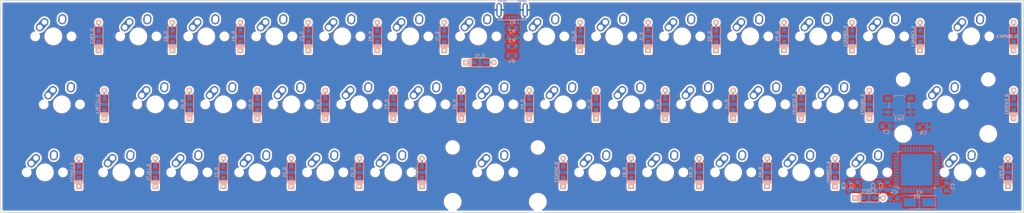
<source format=kicad_pcb>
(kicad_pcb (version 20171130) (host pcbnew "(5.0.0-3-g5ebb6b6)")
  (layers (0 F.Cu signal hide) (31 B.Cu signal hide) (34 B.Paste user) (35 F.Paste user) (36 B.SilkS user) (37 F.SilkS user) (38 B.Mask user) (39 F.Mask user) (44 Edge.Cuts user))
  (net 0 "")
  (net 1 GND)
  (net 2 "Net-(C1-Pad1)")
  (net 3 "Net-(C2-Pad1)")
  (net 4 VCC)
  (net 5 "Net-(C8-Pad1)")
  (net 6 "Net-(D_A1-Pad2)")
  (net 7 /Matrix/row1)
  (net 8 "Net-(D_B1-Pad2)")
  (net 9 /Matrix/row2)
  (net 10 "Net-(D_BSPAC1-Pad2)")
  (net 11 /Matrix/row0)
  (net 12 "Net-(D_C1-Pad2)")
  (net 13 "Net-(D_CBRAC1-Pad2)")
  (net 14 "Net-(D_COMMA1-Pad2)")
  (net 15 "Net-(D_D1-Pad2)")
  (net 16 "Net-(D_DOT1-Pad2)")
  (net 17 "Net-(D_E1-Pad2)")
  (net 18 "Net-(D_ENTER1-Pad2)")
  (net 19 "Net-(D_ESC1-Pad2)")
  (net 20 "Net-(D_F1-Pad2)")
  (net 21 "Net-(D_FN1-Pad2)")
  (net 22 "Net-(D_G1-Pad2)")
  (net 23 "Net-(D_H1-Pad2)")
  (net 24 "Net-(D_I1-Pad2)")
  (net 25 "Net-(D_J1-Pad2)")
  (net 26 "Net-(D_K1-Pad2)")
  (net 27 "Net-(D_L1-Pad2)")
  (net 28 "Net-(D_LALT1-Pad2)")
  (net 29 "Net-(D_LCTRL1-Pad2)")
  (net 30 "Net-(D_LSHFT1-Pad2)")
  (net 31 "Net-(D_M1-Pad2)")
  (net 32 "Net-(D_N1-Pad2)")
  (net 33 "Net-(D_O1-Pad2)")
  (net 34 "Net-(D_OBRAC1-Pad2)")
  (net 35 "Net-(D_P1-Pad2)")
  (net 36 "Net-(D_Q1-Pad2)")
  (net 37 "Net-(D_R1-Pad2)")
  (net 38 "Net-(D_S1-Pad2)")
  (net 39 "Net-(D_SCOLN1-Pad2)")
  (net 40 "Net-(D_SPACE1-Pad2)")
  (net 41 "Net-(D_SQUOT1-Pad2)")
  (net 42 "Net-(D_T1-Pad2)")
  (net 43 "Net-(D_U1-Pad2)")
  (net 44 "Net-(D_V1-Pad2)")
  (net 45 "Net-(D_W1-Pad2)")
  (net 46 "Net-(D_X1-Pad2)")
  (net 47 "Net-(D_Y1-Pad2)")
  (net 48 "Net-(D_Z1-Pad2)")
  (net 49 "Net-(J1-Pad2)")
  (net 50 "Net-(J1-Pad3)")
  (net 51 "Net-(J1-Pad4)")
  (net 52 /Matrix/col1)
  (net 53 /Matrix/col7)
  (net 54 /Matrix/col13)
  (net 55 /Matrix/col4)
  (net 56 /Matrix/col12)
  (net 57 /Matrix/col10)
  (net 58 /Matrix/col3)
  (net 59 /Matrix/col11)
  (net 60 /Matrix/col0)
  (net 61 /Matrix/col5)
  (net 62 /Matrix/col6)
  (net 63 /Matrix/col8)
  (net 64 /Matrix/col9)
  (net 65 /Matrix/col2)
  (net 66 "Net-(R1-Pad1)")
  (net 67 "Net-(R2-Pad2)")
  (net 68 "Net-(R3-Pad1)")
  (net 69 "Net-(R4-Pad1)")
  (net 70 "Net-(U1-Pad1)")
  (net 71 "Net-(U1-Pad7)")
  (net 72 /col5)
  (net 73 /col6)
  (net 74 /col7)
  (net 75 /col8)
  (net 76 "Net-(U1-Pad12)")
  (net 77 /row0)
  (net 78 /row1)
  (net 79 /row2)
  (net 80 "Net-(U1-Pad21)")
  (net 81 "Net-(U1-Pad22)")
  (net 82 "Net-(U1-Pad25)")
  (net 83 "Net-(U1-Pad26)")
  (net 84 "Net-(U1-Pad27)")
  (net 85 /col9)
  (net 86 /col10)
  (net 87 /col11)
  (net 88 /col12)
  (net 89 /col13)
  (net 90 "Net-(U1-Pad34)")
  (net 91 "Net-(U1-Pad35)")
  (net 92 "Net-(U1-Pad36)")
  (net 93 /col4)
  (net 94 /col3)
  (net 95 /col2)
  (net 96 /col1)
  (net 97 /col0)
  (net 98 "Net-(U1-Pad42)")
  (net 99 "Net-(U1-Pad43)")
  (net 100 "Net-(U1-Pad44)")
  (module MX_Alps_Hybrid:MX-1.5U-NoLED (layer F.Cu) (at 295.275 38.1)
    (fp_text reference K_BSPAC1)
    (fp_text value KEYSW)
    (pad "" np_thru_hole circle (at 5.08 0 48.0996) (size 1.75 1.75) (drill 1.75) (layers *.Cu *.Mask))
    (pad "" np_thru_hole circle (at -5.08 0 48.0996) (size 1.75 1.75) (drill 1.75) (layers *.Cu *.Mask))
    (pad 1 thru_hole circle (at -2.5 -4) (size 2.25 2.25) (drill 1.47) (layers *.Cu B.Mask) (net 54 /Matrix/col13))
    (pad "" np_thru_hole circle (at 0 0) (size 3.9878 3.9878) (drill 3.9878) (layers *.Cu *.Mask))
    (pad 1 thru_hole oval (at -3.81 -2.54 48.0996) (size 4.211556 2.25) (drill 1.47 (offset 0.980778 0)) (layers *.Cu B.Mask) (net 54 /Matrix/col13))
    (pad 2 thru_hole circle (at 2.54 -5.08) (size 2.25 2.25) (drill 1.47) (layers *.Cu B.Mask) (net 10 "Net-(D_BSPAC1-Pad2)"))
    (pad 2 thru_hole oval (at 2.5 -4.5 86.0548) (size 2.831378 2.25) (drill 1.47 (offset 0.290689 0)) (layers *.Cu B.Mask) (net 10 "Net-(D_BSPAC1-Pad2)"))
  )
  (module Capacitor_SMD:C_0805_2012Metric_Pad1.15x1.40mm_HandSolder (layer B.Cu) (at 288.4 80.25 90)
    (fp_text reference C1 (at 0 1.65 90) (layer B.SilkS) (effects (justify mirror)))
    (fp_text value 22pF)
    (pad 2 smd roundrect (at 1.025 0 90) (size 1.15 1.4) (layers B.Cu B.Paste B.Mask) (roundrect_rratio 0.217391) (net 1 GND))
    (pad 1 smd roundrect (at -1.025 0 90) (size 1.15 1.4) (layers B.Cu B.Paste B.Mask) (roundrect_rratio 0.217391) (net 2 "Net-(C1-Pad1)"))
  )
  (module Capacitor_SMD:C_0805_2012Metric_Pad1.15x1.40mm_HandSolder (layer B.Cu) (at 271.75 80 270)
    (fp_text reference C2 (at 0 1.65 270) (layer B.SilkS) (effects (justify mirror)))
    (fp_text value 22pF)
    (pad 1 smd roundrect (at -1.025 0 270) (size 1.15 1.4) (layers B.Cu B.Paste B.Mask) (roundrect_rratio 0.217391) (net 3 "Net-(C2-Pad1)"))
    (pad 2 smd roundrect (at 1.025 0 270) (size 1.15 1.4) (layers B.Cu B.Paste B.Mask) (roundrect_rratio 0.217391) (net 1 GND))
  )
  (module Capacitor_SMD:C_0805_2012Metric_Pad1.15x1.40mm_HandSolder (layer B.Cu) (at 269.5 80 270)
    (fp_text reference C3 (at 0 1.65 270) (layer B.SilkS) (effects (justify mirror)))
    (fp_text value 0.1u)
    (pad 2 smd roundrect (at 1.025 0 270) (size 1.15 1.4) (layers B.Cu B.Paste B.Mask) (roundrect_rratio 0.217391) (net 1 GND))
    (pad 1 smd roundrect (at -1.025 0 270) (size 1.15 1.4) (layers B.Cu B.Paste B.Mask) (roundrect_rratio 0.217391) (net 4 VCC))
  )
  (module Capacitor_SMD:C_0805_2012Metric_Pad1.15x1.40mm_HandSolder (layer B.Cu) (at 273.6 83.4 180)
    (fp_text reference C4 (at 0 1.65 180) (layer B.SilkS) (effects (justify mirror)))
    (fp_text value 0.1u)
    (pad 1 smd roundrect (at -1.025 0 180) (size 1.15 1.4) (layers B.Cu B.Paste B.Mask) (roundrect_rratio 0.217391) (net 4 VCC))
    (pad 2 smd roundrect (at 1.025 0 180) (size 1.15 1.4) (layers B.Cu B.Paste B.Mask) (roundrect_rratio 0.217391) (net 1 GND))
  )
  (module Capacitor_SMD:C_0805_2012Metric_Pad1.15x1.40mm_HandSolder (layer B.Cu) (at 263.5 80 270)
    (fp_text reference C5 (at 0 1.65 270) (layer B.SilkS) (effects (justify mirror)))
    (fp_text value 0.1u)
    (pad 2 smd roundrect (at 1.025 0 270) (size 1.15 1.4) (layers B.Cu B.Paste B.Mask) (roundrect_rratio 0.217391) (net 1 GND))
    (pad 1 smd roundrect (at -1.025 0 270) (size 1.15 1.4) (layers B.Cu B.Paste B.Mask) (roundrect_rratio 0.217391) (net 4 VCC))
  )
  (module Capacitor_SMD:C_0805_2012Metric_Pad1.15x1.40mm_HandSolder (layer B.Cu) (at 281.82 63.47)
    (fp_text reference C6 (at 0 1.65) (layer B.SilkS) (effects (justify mirror)))
    (fp_text value 0.1u)
    (pad 1 smd roundrect (at -1.025 0) (size 1.15 1.4) (layers B.Cu B.Paste B.Mask) (roundrect_rratio 0.217391) (net 4 VCC))
    (pad 2 smd roundrect (at 1.025 0) (size 1.15 1.4) (layers B.Cu B.Paste B.Mask) (roundrect_rratio 0.217391) (net 1 GND))
  )
  (module Capacitor_SMD:C_0805_2012Metric_Pad1.15x1.40mm_HandSolder (layer B.Cu) (at 271.475 63.24)
    (fp_text reference C7 (at 0 1.65) (layer B.SilkS) (effects (justify mirror)))
    (fp_text value 4.7u)
    (pad 1 smd roundrect (at -1.025 0) (size 1.15 1.4) (layers B.Cu B.Paste B.Mask) (roundrect_rratio 0.217391) (net 4 VCC))
    (pad 2 smd roundrect (at 1.025 0) (size 1.15 1.4) (layers B.Cu B.Paste B.Mask) (roundrect_rratio 0.217391) (net 1 GND))
  )
  (module Capacitor_SMD:C_0805_2012Metric_Pad1.15x1.40mm_HandSolder (layer B.Cu) (at 261.25 80 270)
    (fp_text reference C8 (at 0 1.65 270) (layer B.SilkS) (effects (justify mirror)))
    (fp_text value 1u)
    (pad 2 smd roundrect (at 1.025 0 270) (size 1.15 1.4) (layers B.Cu B.Paste B.Mask) (roundrect_rratio 0.217391) (net 1 GND))
    (pad 1 smd roundrect (at -1.025 0 270) (size 1.15 1.4) (layers B.Cu B.Paste B.Mask) (roundrect_rratio 0.217391) (net 5 "Net-(C8-Pad1)"))
  )
  (module keyboard_parts:D_SOD123_axial (layer B.Cu) (at 76.2 57.15 90)
    (fp_text reference D_A1 (at 0 -1.925 90) (layer B.SilkS) (effects (font (size 0.8 0.8)) (justify mirror)))
    (fp_text value D hide)
    (pad 2 smd rect (at 2.7 0 90) (size 2.5 0.5) (layers B.Cu) (net 6 "Net-(D_A1-Pad2)"))
    (pad 1 smd rect (at -2.7 0 90) (size 2.5 0.5) (layers B.Cu) (net 7 /Matrix/row1))
    (pad 2 thru_hole circle (at 3.9 0 90) (size 1.6 1.6) (drill 0.7) (layers *.Cu *.Mask B.SilkS) (net 6 "Net-(D_A1-Pad2)"))
    (pad 1 thru_hole rect (at -3.9 0 90) (size 1.6 1.6) (drill 0.7) (layers *.Cu *.Mask B.SilkS) (net 7 /Matrix/row1))
    (pad 1 smd rect (at -1.575 0 90) (size 1.2 1.2) (layers B.Cu B.Paste B.Mask) (net 7 /Matrix/row1))
    (pad 2 smd rect (at 1.575 0 90) (size 1.2 1.2) (layers B.Cu B.Paste B.Mask) (net 6 "Net-(D_A1-Pad2)"))
  )
  (module keyboard_parts:D_SOD123_axial (layer B.Cu) (at 200.025 76.2 90)
    (fp_text reference D_B1 (at 0 -1.925 90) (layer B.SilkS) (effects (font (size 0.8 0.8)) (justify mirror)))
    (fp_text value D hide)
    (pad 2 smd rect (at 1.575 0 90) (size 1.2 1.2) (layers B.Cu B.Paste B.Mask) (net 8 "Net-(D_B1-Pad2)"))
    (pad 1 smd rect (at -1.575 0 90) (size 1.2 1.2) (layers B.Cu B.Paste B.Mask) (net 9 /Matrix/row2))
    (pad 1 thru_hole rect (at -3.9 0 90) (size 1.6 1.6) (drill 0.7) (layers *.Cu *.Mask B.SilkS) (net 9 /Matrix/row2))
    (pad 2 thru_hole circle (at 3.9 0 90) (size 1.6 1.6) (drill 0.7) (layers *.Cu *.Mask B.SilkS) (net 8 "Net-(D_B1-Pad2)"))
    (pad 1 smd rect (at -2.7 0 90) (size 2.5 0.5) (layers B.Cu) (net 9 /Matrix/row2))
    (pad 2 smd rect (at 2.7 0 90) (size 2.5 0.5) (layers B.Cu) (net 8 "Net-(D_B1-Pad2)"))
  )
  (module keyboard_parts:D_SOD123_axial (layer B.Cu) (at 307.18125 38.1 90)
    (fp_text reference D_BSPAC1 (at 0 -1.925 180) (layer B.SilkS) (effects (font (size 0.8 0.8)) (justify mirror)))
    (fp_text value D hide)
    (pad 2 smd rect (at 1.575 0 90) (size 1.2 1.2) (layers B.Cu B.Paste B.Mask) (net 10 "Net-(D_BSPAC1-Pad2)"))
    (pad 1 smd rect (at -1.575 0 90) (size 1.2 1.2) (layers B.Cu B.Paste B.Mask) (net 11 /Matrix/row0))
    (pad 1 thru_hole rect (at -3.9 0 90) (size 1.6 1.6) (drill 0.7) (layers *.Cu *.Mask B.SilkS) (net 11 /Matrix/row0))
    (pad 2 thru_hole circle (at 3.9 0 90) (size 1.6 1.6) (drill 0.7) (layers *.Cu *.Mask B.SilkS) (net 10 "Net-(D_BSPAC1-Pad2)"))
    (pad 1 smd rect (at -2.7 0 90) (size 2.5 0.5) (layers B.Cu) (net 11 /Matrix/row0))
    (pad 2 smd rect (at 2.7 0 90) (size 2.5 0.5) (layers B.Cu) (net 10 "Net-(D_BSPAC1-Pad2)"))
  )
  (module keyboard_parts:D_SOD123_axial (layer B.Cu) (at 141.38125 76.2 90)
    (fp_text reference D_C1 (at 0 -1.925 90) (layer B.SilkS) (effects (font (size 0.8 0.8)) (justify mirror)))
    (fp_text value D hide)
    (pad 2 smd rect (at 2.7 0 90) (size 2.5 0.5) (layers B.Cu) (net 12 "Net-(D_C1-Pad2)"))
    (pad 1 smd rect (at -2.7 0 90) (size 2.5 0.5) (layers B.Cu) (net 9 /Matrix/row2))
    (pad 2 thru_hole circle (at 3.9 0 90) (size 1.6 1.6) (drill 0.7) (layers *.Cu *.Mask B.SilkS) (net 12 "Net-(D_C1-Pad2)"))
    (pad 1 thru_hole rect (at -3.9 0 90) (size 1.6 1.6) (drill 0.7) (layers *.Cu *.Mask B.SilkS) (net 9 /Matrix/row2))
    (pad 1 smd rect (at -1.575 0 90) (size 1.2 1.2) (layers B.Cu B.Paste B.Mask) (net 9 /Matrix/row2))
    (pad 2 smd rect (at 1.575 0 90) (size 1.2 1.2) (layers B.Cu B.Paste B.Mask) (net 12 "Net-(D_C1-Pad2)"))
  )
  (module keyboard_parts:D_SOD123_axial (layer B.Cu) (at 280.9875 38.1 90)
    (fp_text reference D_CBRAC1 (at 0 -1.925 90) (layer B.SilkS) (effects (font (size 0.8 0.8)) (justify mirror)))
    (fp_text value D hide)
    (pad 2 smd rect (at 1.575 0 90) (size 1.2 1.2) (layers B.Cu B.Paste B.Mask) (net 13 "Net-(D_CBRAC1-Pad2)"))
    (pad 1 smd rect (at -1.575 0 90) (size 1.2 1.2) (layers B.Cu B.Paste B.Mask) (net 11 /Matrix/row0))
    (pad 1 thru_hole rect (at -3.9 0 90) (size 1.6 1.6) (drill 0.7) (layers *.Cu *.Mask B.SilkS) (net 11 /Matrix/row0))
    (pad 2 thru_hole circle (at 3.9 0 90) (size 1.6 1.6) (drill 0.7) (layers *.Cu *.Mask B.SilkS) (net 13 "Net-(D_CBRAC1-Pad2)"))
    (pad 1 smd rect (at -2.7 0 90) (size 2.5 0.5) (layers B.Cu) (net 11 /Matrix/row0))
    (pad 2 smd rect (at 2.7 0 90) (size 2.5 0.5) (layers B.Cu) (net 13 "Net-(D_CBRAC1-Pad2)"))
  )
  (module keyboard_parts:D_SOD123_axial (layer B.Cu) (at 257.175 76.2 90)
    (fp_text reference D_COMMA1 (at 0 -1.925 90) (layer B.SilkS) (effects (font (size 0.8 0.8)) (justify mirror)))
    (fp_text value D hide)
    (pad 2 smd rect (at 2.7 0 90) (size 2.5 0.5) (layers B.Cu) (net 14 "Net-(D_COMMA1-Pad2)"))
    (pad 1 smd rect (at -2.7 0 90) (size 2.5 0.5) (layers B.Cu) (net 9 /Matrix/row2))
    (pad 2 thru_hole circle (at 3.9 0 90) (size 1.6 1.6) (drill 0.7) (layers *.Cu *.Mask B.SilkS) (net 14 "Net-(D_COMMA1-Pad2)"))
    (pad 1 thru_hole rect (at -3.9 0 90) (size 1.6 1.6) (drill 0.7) (layers *.Cu *.Mask B.SilkS) (net 9 /Matrix/row2))
    (pad 1 smd rect (at -1.575 0 90) (size 1.2 1.2) (layers B.Cu B.Paste B.Mask) (net 9 /Matrix/row2))
    (pad 2 smd rect (at 1.575 0 90) (size 1.2 1.2) (layers B.Cu B.Paste B.Mask) (net 14 "Net-(D_COMMA1-Pad2)"))
  )
  (module keyboard_parts:D_SOD123_axial (layer B.Cu) (at 114.3 57.15 90)
    (fp_text reference D_D1 (at 0 -1.925 90) (layer B.SilkS) (effects (font (size 0.8 0.8)) (justify mirror)))
    (fp_text value D hide)
    (pad 2 smd rect (at 2.7 0 90) (size 2.5 0.5) (layers B.Cu) (net 15 "Net-(D_D1-Pad2)"))
    (pad 1 smd rect (at -2.7 0 90) (size 2.5 0.5) (layers B.Cu) (net 7 /Matrix/row1))
    (pad 2 thru_hole circle (at 3.9 0 90) (size 1.6 1.6) (drill 0.7) (layers *.Cu *.Mask B.SilkS) (net 15 "Net-(D_D1-Pad2)"))
    (pad 1 thru_hole rect (at -3.9 0 90) (size 1.6 1.6) (drill 0.7) (layers *.Cu *.Mask B.SilkS) (net 7 /Matrix/row1))
    (pad 1 smd rect (at -1.575 0 90) (size 1.2 1.2) (layers B.Cu B.Paste B.Mask) (net 7 /Matrix/row1))
    (pad 2 smd rect (at 1.575 0 90) (size 1.2 1.2) (layers B.Cu B.Paste B.Mask) (net 15 "Net-(D_D1-Pad2)"))
  )
  (module keyboard_parts:D_SOD123_axial (layer B.Cu) (at 266.7 83.34375)
    (fp_text reference D_DOT1 (at 0 -1.925) (layer B.SilkS) (effects (font (size 0.8 0.8)) (justify mirror)))
    (fp_text value D hide)
    (pad 2 smd rect (at 1.575 0) (size 1.2 1.2) (layers B.Cu B.Paste B.Mask) (net 16 "Net-(D_DOT1-Pad2)"))
    (pad 1 smd rect (at -1.575 0) (size 1.2 1.2) (layers B.Cu B.Paste B.Mask) (net 9 /Matrix/row2))
    (pad 1 thru_hole rect (at -3.9 0) (size 1.6 1.6) (drill 0.7) (layers *.Cu *.Mask B.SilkS) (net 9 /Matrix/row2))
    (pad 2 thru_hole circle (at 3.9 0) (size 1.6 1.6) (drill 0.7) (layers *.Cu *.Mask B.SilkS) (net 16 "Net-(D_DOT1-Pad2)"))
    (pad 1 smd rect (at -2.7 0) (size 2.5 0.5) (layers B.Cu) (net 9 /Matrix/row2))
    (pad 2 smd rect (at 2.7 0) (size 2.5 0.5) (layers B.Cu) (net 16 "Net-(D_DOT1-Pad2)"))
  )
  (module keyboard_parts:D_SOD123_axial (layer B.Cu) (at 109.5375 38.1 90)
    (fp_text reference D_E1 (at 0 -1.925 90) (layer B.SilkS) (effects (font (size 0.8 0.8)) (justify mirror)))
    (fp_text value D hide)
    (pad 2 smd rect (at 2.7 0 90) (size 2.5 0.5) (layers B.Cu) (net 17 "Net-(D_E1-Pad2)"))
    (pad 1 smd rect (at -2.7 0 90) (size 2.5 0.5) (layers B.Cu) (net 11 /Matrix/row0))
    (pad 2 thru_hole circle (at 3.9 0 90) (size 1.6 1.6) (drill 0.7) (layers *.Cu *.Mask B.SilkS) (net 17 "Net-(D_E1-Pad2)"))
    (pad 1 thru_hole rect (at -3.9 0 90) (size 1.6 1.6) (drill 0.7) (layers *.Cu *.Mask B.SilkS) (net 11 /Matrix/row0))
    (pad 1 smd rect (at -1.575 0 90) (size 1.2 1.2) (layers B.Cu B.Paste B.Mask) (net 11 /Matrix/row0))
    (pad 2 smd rect (at 1.575 0 90) (size 1.2 1.2) (layers B.Cu B.Paste B.Mask) (net 17 "Net-(D_E1-Pad2)"))
  )
  (module keyboard_parts:D_SOD123_axial (layer B.Cu) (at 307.18125 57.15 90)
    (fp_text reference D_ENTER1 (at 0 -1.925 90) (layer B.SilkS) (effects (font (size 0.8 0.8)) (justify mirror)))
    (fp_text value D hide)
    (pad 2 smd rect (at 2.7 0 90) (size 2.5 0.5) (layers B.Cu) (net 18 "Net-(D_ENTER1-Pad2)"))
    (pad 1 smd rect (at -2.7 0 90) (size 2.5 0.5) (layers B.Cu) (net 7 /Matrix/row1))
    (pad 2 thru_hole circle (at 3.9 0 90) (size 1.6 1.6) (drill 0.7) (layers *.Cu *.Mask B.SilkS) (net 18 "Net-(D_ENTER1-Pad2)"))
    (pad 1 thru_hole rect (at -3.9 0 90) (size 1.6 1.6) (drill 0.7) (layers *.Cu *.Mask B.SilkS) (net 7 /Matrix/row1))
    (pad 1 smd rect (at -1.575 0 90) (size 1.2 1.2) (layers B.Cu B.Paste B.Mask) (net 7 /Matrix/row1))
    (pad 2 smd rect (at 1.575 0 90) (size 1.2 1.2) (layers B.Cu B.Paste B.Mask) (net 18 "Net-(D_ENTER1-Pad2)"))
  )
  (module keyboard_parts:D_SOD123_axial (layer B.Cu) (at 50.8125 38.1 90)
    (fp_text reference D_ESC1 (at 0 -1.925 90) (layer B.SilkS) (effects (font (size 0.8 0.8)) (justify mirror)))
    (fp_text value D hide)
    (pad 2 smd rect (at 1.575 0 90) (size 1.2 1.2) (layers B.Cu B.Paste B.Mask) (net 19 "Net-(D_ESC1-Pad2)"))
    (pad 1 smd rect (at -1.575 0 90) (size 1.2 1.2) (layers B.Cu B.Paste B.Mask) (net 11 /Matrix/row0))
    (pad 1 thru_hole rect (at -3.9 0 90) (size 1.6 1.6) (drill 0.7) (layers *.Cu *.Mask B.SilkS) (net 11 /Matrix/row0))
    (pad 2 thru_hole circle (at 3.9 0 90) (size 1.6 1.6) (drill 0.7) (layers *.Cu *.Mask B.SilkS) (net 19 "Net-(D_ESC1-Pad2)"))
    (pad 1 smd rect (at -2.7 0 90) (size 2.5 0.5) (layers B.Cu) (net 11 /Matrix/row0))
    (pad 2 smd rect (at 2.7 0 90) (size 2.5 0.5) (layers B.Cu) (net 19 "Net-(D_ESC1-Pad2)"))
  )
  (module keyboard_parts:D_SOD123_axial (layer B.Cu) (at 133.35 57.15 90)
    (fp_text reference D_F1 (at 0 -1.925 90) (layer B.SilkS) (effects (font (size 0.8 0.8)) (justify mirror)))
    (fp_text value D hide)
    (pad 2 smd rect (at 1.575 0 90) (size 1.2 1.2) (layers B.Cu B.Paste B.Mask) (net 20 "Net-(D_F1-Pad2)"))
    (pad 1 smd rect (at -1.575 0 90) (size 1.2 1.2) (layers B.Cu B.Paste B.Mask) (net 7 /Matrix/row1))
    (pad 1 thru_hole rect (at -3.9 0 90) (size 1.6 1.6) (drill 0.7) (layers *.Cu *.Mask B.SilkS) (net 7 /Matrix/row1))
    (pad 2 thru_hole circle (at 3.9 0 90) (size 1.6 1.6) (drill 0.7) (layers *.Cu *.Mask B.SilkS) (net 20 "Net-(D_F1-Pad2)"))
    (pad 1 smd rect (at -2.7 0 90) (size 2.5 0.5) (layers B.Cu) (net 7 /Matrix/row1))
    (pad 2 smd rect (at 2.7 0 90) (size 2.5 0.5) (layers B.Cu) (net 20 "Net-(D_F1-Pad2)"))
  )
  (module keyboard_parts:D_SOD123_axial (layer B.Cu) (at 305.60625 76.2 90)
    (fp_text reference D_FN1 (at 0 -1.925 90) (layer B.SilkS) (effects (font (size 0.8 0.8)) (justify mirror)))
    (fp_text value D hide)
    (pad 2 smd rect (at 2.7 0 90) (size 2.5 0.5) (layers B.Cu) (net 21 "Net-(D_FN1-Pad2)"))
    (pad 1 smd rect (at -2.7 0 90) (size 2.5 0.5) (layers B.Cu) (net 9 /Matrix/row2))
    (pad 2 thru_hole circle (at 3.9 0 90) (size 1.6 1.6) (drill 0.7) (layers *.Cu *.Mask B.SilkS) (net 21 "Net-(D_FN1-Pad2)"))
    (pad 1 thru_hole rect (at -3.9 0 90) (size 1.6 1.6) (drill 0.7) (layers *.Cu *.Mask B.SilkS) (net 9 /Matrix/row2))
    (pad 1 smd rect (at -1.575 0 90) (size 1.2 1.2) (layers B.Cu B.Paste B.Mask) (net 9 /Matrix/row2))
    (pad 2 smd rect (at 1.575 0 90) (size 1.2 1.2) (layers B.Cu B.Paste B.Mask) (net 21 "Net-(D_FN1-Pad2)"))
  )
  (module keyboard_parts:D_SOD123_axial (layer B.Cu) (at 152.4 57.15 90)
    (fp_text reference D_G1 (at 0 -1.925 90) (layer B.SilkS) (effects (font (size 0.8 0.8)) (justify mirror)))
    (fp_text value D hide)
    (pad 2 smd rect (at 2.7 0 90) (size 2.5 0.5) (layers B.Cu) (net 22 "Net-(D_G1-Pad2)"))
    (pad 1 smd rect (at -2.7 0 90) (size 2.5 0.5) (layers B.Cu) (net 7 /Matrix/row1))
    (pad 2 thru_hole circle (at 3.9 0 90) (size 1.6 1.6) (drill 0.7) (layers *.Cu *.Mask B.SilkS) (net 22 "Net-(D_G1-Pad2)"))
    (pad 1 thru_hole rect (at -3.9 0 90) (size 1.6 1.6) (drill 0.7) (layers *.Cu *.Mask B.SilkS) (net 7 /Matrix/row1))
    (pad 1 smd rect (at -1.575 0 90) (size 1.2 1.2) (layers B.Cu B.Paste B.Mask) (net 7 /Matrix/row1))
    (pad 2 smd rect (at 1.575 0 90) (size 1.2 1.2) (layers B.Cu B.Paste B.Mask) (net 22 "Net-(D_G1-Pad2)"))
  )
  (module keyboard_parts:D_SOD123_axial (layer B.Cu) (at 171.45 57.15 90)
    (fp_text reference D_H1 (at 0 -1.925 90) (layer B.SilkS) (effects (font (size 0.8 0.8)) (justify mirror)))
    (fp_text value D hide)
    (pad 2 smd rect (at 1.575 0 90) (size 1.2 1.2) (layers B.Cu B.Paste B.Mask) (net 23 "Net-(D_H1-Pad2)"))
    (pad 1 smd rect (at -1.575 0 90) (size 1.2 1.2) (layers B.Cu B.Paste B.Mask) (net 7 /Matrix/row1))
    (pad 1 thru_hole rect (at -3.9 0 90) (size 1.6 1.6) (drill 0.7) (layers *.Cu *.Mask B.SilkS) (net 7 /Matrix/row1))
    (pad 2 thru_hole circle (at 3.9 0 90) (size 1.6 1.6) (drill 0.7) (layers *.Cu *.Mask B.SilkS) (net 23 "Net-(D_H1-Pad2)"))
    (pad 1 smd rect (at -2.7 0 90) (size 2.5 0.5) (layers B.Cu) (net 7 /Matrix/row1))
    (pad 2 smd rect (at 2.7 0 90) (size 2.5 0.5) (layers B.Cu) (net 23 "Net-(D_H1-Pad2)"))
  )
  (module keyboard_parts:D_SOD123_axial (layer B.Cu) (at 204.7875 38.1 90)
    (fp_text reference D_I1 (at 0 -1.925 90) (layer B.SilkS) (effects (font (size 0.8 0.8)) (justify mirror)))
    (fp_text value D hide)
    (pad 2 smd rect (at 2.7 0 90) (size 2.5 0.5) (layers B.Cu) (net 24 "Net-(D_I1-Pad2)"))
    (pad 1 smd rect (at -2.7 0 90) (size 2.5 0.5) (layers B.Cu) (net 11 /Matrix/row0))
    (pad 2 thru_hole circle (at 3.9 0 90) (size 1.6 1.6) (drill 0.7) (layers *.Cu *.Mask B.SilkS) (net 24 "Net-(D_I1-Pad2)"))
    (pad 1 thru_hole rect (at -3.9 0 90) (size 1.6 1.6) (drill 0.7) (layers *.Cu *.Mask B.SilkS) (net 11 /Matrix/row0))
    (pad 1 smd rect (at -1.575 0 90) (size 1.2 1.2) (layers B.Cu B.Paste B.Mask) (net 11 /Matrix/row0))
    (pad 2 smd rect (at 1.575 0 90) (size 1.2 1.2) (layers B.Cu B.Paste B.Mask) (net 24 "Net-(D_I1-Pad2)"))
  )
  (module keyboard_parts:D_SOD123_axial (layer B.Cu) (at 190.18125 57.15 90)
    (fp_text reference D_J1 (at 0 -1.925 90) (layer B.SilkS) (effects (font (size 0.8 0.8)) (justify mirror)))
    (fp_text value D hide)
    (pad 2 smd rect (at 2.7 0 90) (size 2.5 0.5) (layers B.Cu) (net 25 "Net-(D_J1-Pad2)"))
    (pad 1 smd rect (at -2.7 0 90) (size 2.5 0.5) (layers B.Cu) (net 7 /Matrix/row1))
    (pad 2 thru_hole circle (at 3.9 0 90) (size 1.6 1.6) (drill 0.7) (layers *.Cu *.Mask B.SilkS) (net 25 "Net-(D_J1-Pad2)"))
    (pad 1 thru_hole rect (at -3.9 0 90) (size 1.6 1.6) (drill 0.7) (layers *.Cu *.Mask B.SilkS) (net 7 /Matrix/row1))
    (pad 1 smd rect (at -1.575 0 90) (size 1.2 1.2) (layers B.Cu B.Paste B.Mask) (net 7 /Matrix/row1))
    (pad 2 smd rect (at 1.575 0 90) (size 1.2 1.2) (layers B.Cu B.Paste B.Mask) (net 25 "Net-(D_J1-Pad2)"))
  )
  (module keyboard_parts:D_SOD123_axial (layer B.Cu) (at 209.55 57.15 90)
    (fp_text reference D_K1 (at 0 -1.925 90) (layer B.SilkS) (effects (font (size 0.8 0.8)) (justify mirror)))
    (fp_text value D hide)
    (pad 2 smd rect (at 2.7 0 90) (size 2.5 0.5) (layers B.Cu) (net 26 "Net-(D_K1-Pad2)"))
    (pad 1 smd rect (at -2.7 0 90) (size 2.5 0.5) (layers B.Cu) (net 7 /Matrix/row1))
    (pad 2 thru_hole circle (at 3.9 0 90) (size 1.6 1.6) (drill 0.7) (layers *.Cu *.Mask B.SilkS) (net 26 "Net-(D_K1-Pad2)"))
    (pad 1 thru_hole rect (at -3.9 0 90) (size 1.6 1.6) (drill 0.7) (layers *.Cu *.Mask B.SilkS) (net 7 /Matrix/row1))
    (pad 1 smd rect (at -1.575 0 90) (size 1.2 1.2) (layers B.Cu B.Paste B.Mask) (net 7 /Matrix/row1))
    (pad 2 smd rect (at 1.575 0 90) (size 1.2 1.2) (layers B.Cu B.Paste B.Mask) (net 26 "Net-(D_K1-Pad2)"))
  )
  (module keyboard_parts:D_SOD123_axial (layer B.Cu) (at 228.6 57.15 90)
    (fp_text reference D_L1 (at 0 -1.925 90) (layer B.SilkS) (effects (font (size 0.8 0.8)) (justify mirror)))
    (fp_text value D hide)
    (pad 2 smd rect (at 1.575 0 90) (size 1.2 1.2) (layers B.Cu B.Paste B.Mask) (net 27 "Net-(D_L1-Pad2)"))
    (pad 1 smd rect (at -1.575 0 90) (size 1.2 1.2) (layers B.Cu B.Paste B.Mask) (net 7 /Matrix/row1))
    (pad 1 thru_hole rect (at -3.9 0 90) (size 1.6 1.6) (drill 0.7) (layers *.Cu *.Mask B.SilkS) (net 7 /Matrix/row1))
    (pad 2 thru_hole circle (at 3.9 0 90) (size 1.6 1.6) (drill 0.7) (layers *.Cu *.Mask B.SilkS) (net 27 "Net-(D_L1-Pad2)"))
    (pad 1 smd rect (at -2.7 0 90) (size 2.5 0.5) (layers B.Cu) (net 7 /Matrix/row1))
    (pad 2 smd rect (at 2.7 0 90) (size 2.5 0.5) (layers B.Cu) (net 27 "Net-(D_L1-Pad2)"))
  )
  (module keyboard_parts:D_SOD123_axial (layer B.Cu) (at 66.675 76.2 90)
    (fp_text reference D_LALT1 (at 0 -1.925 90) (layer B.SilkS) (effects (font (size 0.8 0.8)) (justify mirror)))
    (fp_text value D hide)
    (pad 2 smd rect (at 2.7 0 90) (size 2.5 0.5) (layers B.Cu) (net 28 "Net-(D_LALT1-Pad2)"))
    (pad 1 smd rect (at -2.7 0 90) (size 2.5 0.5) (layers B.Cu) (net 9 /Matrix/row2))
    (pad 2 thru_hole circle (at 3.9 0 90) (size 1.6 1.6) (drill 0.7) (layers *.Cu *.Mask B.SilkS) (net 28 "Net-(D_LALT1-Pad2)"))
    (pad 1 thru_hole rect (at -3.9 0 90) (size 1.6 1.6) (drill 0.7) (layers *.Cu *.Mask B.SilkS) (net 9 /Matrix/row2))
    (pad 1 smd rect (at -1.575 0 90) (size 1.2 1.2) (layers B.Cu B.Paste B.Mask) (net 9 /Matrix/row2))
    (pad 2 smd rect (at 1.575 0 90) (size 1.2 1.2) (layers B.Cu B.Paste B.Mask) (net 28 "Net-(D_LALT1-Pad2)"))
  )
  (module keyboard_parts:D_SOD123_axial (layer B.Cu) (at 52.3875 57.15 90)
    (fp_text reference D_LCTRL1 (at 0 -1.925 90) (layer B.SilkS) (effects (font (size 0.8 0.8)) (justify mirror)))
    (fp_text value D hide)
    (pad 2 smd rect (at 2.7 0 90) (size 2.5 0.5) (layers B.Cu) (net 29 "Net-(D_LCTRL1-Pad2)"))
    (pad 1 smd rect (at -2.7 0 90) (size 2.5 0.5) (layers B.Cu) (net 7 /Matrix/row1))
    (pad 2 thru_hole circle (at 3.9 0 90) (size 1.6 1.6) (drill 0.7) (layers *.Cu *.Mask B.SilkS) (net 29 "Net-(D_LCTRL1-Pad2)"))
    (pad 1 thru_hole rect (at -3.9 0 90) (size 1.6 1.6) (drill 0.7) (layers *.Cu *.Mask B.SilkS) (net 7 /Matrix/row1))
    (pad 1 smd rect (at -1.575 0 90) (size 1.2 1.2) (layers B.Cu B.Paste B.Mask) (net 7 /Matrix/row1))
    (pad 2 smd rect (at 1.575 0 90) (size 1.2 1.2) (layers B.Cu B.Paste B.Mask) (net 29 "Net-(D_LCTRL1-Pad2)"))
  )
  (module keyboard_parts:D_SOD123_axial (layer B.Cu) (at 45.24375 76.2 90)
    (fp_text reference D_LSHFT1 (at 0 -1.925 90) (layer B.SilkS) (effects (font (size 0.8 0.8)) (justify mirror)))
    (fp_text value D hide)
    (pad 2 smd rect (at 1.575 0 90) (size 1.2 1.2) (layers B.Cu B.Paste B.Mask) (net 30 "Net-(D_LSHFT1-Pad2)"))
    (pad 1 smd rect (at -1.575 0 90) (size 1.2 1.2) (layers B.Cu B.Paste B.Mask) (net 9 /Matrix/row2))
    (pad 1 thru_hole rect (at -3.9 0 90) (size 1.6 1.6) (drill 0.7) (layers *.Cu *.Mask B.SilkS) (net 9 /Matrix/row2))
    (pad 2 thru_hole circle (at 3.9 0 90) (size 1.6 1.6) (drill 0.7) (layers *.Cu *.Mask B.SilkS) (net 30 "Net-(D_LSHFT1-Pad2)"))
    (pad 1 smd rect (at -2.7 0 90) (size 2.5 0.5) (layers B.Cu) (net 9 /Matrix/row2))
    (pad 2 smd rect (at 2.7 0 90) (size 2.5 0.5) (layers B.Cu) (net 30 "Net-(D_LSHFT1-Pad2)"))
  )
  (module keyboard_parts:D_SOD123_axial (layer B.Cu) (at 238.125 76.2 90)
    (fp_text reference D_M1 (at 0 -1.925 90) (layer B.SilkS) (effects (font (size 0.8 0.8)) (justify mirror)))
    (fp_text value D hide)
    (pad 2 smd rect (at 1.575 0 90) (size 1.2 1.2) (layers B.Cu B.Paste B.Mask) (net 31 "Net-(D_M1-Pad2)"))
    (pad 1 smd rect (at -1.575 0 90) (size 1.2 1.2) (layers B.Cu B.Paste B.Mask) (net 9 /Matrix/row2))
    (pad 1 thru_hole rect (at -3.9 0 90) (size 1.6 1.6) (drill 0.7) (layers *.Cu *.Mask B.SilkS) (net 9 /Matrix/row2))
    (pad 2 thru_hole circle (at 3.9 0 90) (size 1.6 1.6) (drill 0.7) (layers *.Cu *.Mask B.SilkS) (net 31 "Net-(D_M1-Pad2)"))
    (pad 1 smd rect (at -2.7 0 90) (size 2.5 0.5) (layers B.Cu) (net 9 /Matrix/row2))
    (pad 2 smd rect (at 2.7 0 90) (size 2.5 0.5) (layers B.Cu) (net 31 "Net-(D_M1-Pad2)"))
  )
  (module keyboard_parts:D_SOD123_axial (layer B.Cu) (at 219.075 76.2 90)
    (fp_text reference D_N1 (at 0 -2.38125 90) (layer B.SilkS) (effects (font (size 0.8 0.8)) (justify mirror)))
    (fp_text value D hide)
    (pad 2 smd rect (at 2.7 0 90) (size 2.5 0.5) (layers B.Cu) (net 32 "Net-(D_N1-Pad2)"))
    (pad 1 smd rect (at -2.7 0 90) (size 2.5 0.5) (layers B.Cu) (net 9 /Matrix/row2))
    (pad 2 thru_hole circle (at 3.9 0 90) (size 1.6 1.6) (drill 0.7) (layers *.Cu *.Mask B.SilkS) (net 32 "Net-(D_N1-Pad2)"))
    (pad 1 thru_hole rect (at -3.9 0 90) (size 1.6 1.6) (drill 0.7) (layers *.Cu *.Mask B.SilkS) (net 9 /Matrix/row2))
    (pad 1 smd rect (at -1.575 0 90) (size 1.2 1.2) (layers B.Cu B.Paste B.Mask) (net 9 /Matrix/row2))
    (pad 2 smd rect (at 1.575 0 90) (size 1.2 1.2) (layers B.Cu B.Paste B.Mask) (net 32 "Net-(D_N1-Pad2)"))
  )
  (module keyboard_parts:D_SOD123_axial (layer B.Cu) (at 223.8375 38.1 90)
    (fp_text reference D_O1 (at 0 -1.925 90) (layer B.SilkS) (effects (font (size 0.8 0.8)) (justify mirror)))
    (fp_text value D hide)
    (pad 2 smd rect (at 1.575 0 90) (size 1.2 1.2) (layers B.Cu B.Paste B.Mask) (net 33 "Net-(D_O1-Pad2)"))
    (pad 1 smd rect (at -1.575 0 90) (size 1.2 1.2) (layers B.Cu B.Paste B.Mask) (net 11 /Matrix/row0))
    (pad 1 thru_hole rect (at -3.9 0 90) (size 1.6 1.6) (drill 0.7) (layers *.Cu *.Mask B.SilkS) (net 11 /Matrix/row0))
    (pad 2 thru_hole circle (at 3.9 0 90) (size 1.6 1.6) (drill 0.7) (layers *.Cu *.Mask B.SilkS) (net 33 "Net-(D_O1-Pad2)"))
    (pad 1 smd rect (at -2.7 0 90) (size 2.5 0.5) (layers B.Cu) (net 11 /Matrix/row0))
    (pad 2 smd rect (at 2.7 0 90) (size 2.5 0.5) (layers B.Cu) (net 33 "Net-(D_O1-Pad2)"))
  )
  (module keyboard_parts:D_SOD123_axial (layer B.Cu) (at 261.9375 38.1 90)
    (fp_text reference D_OBRAC1 (at 0 -1.925 90) (layer B.SilkS) (effects (font (size 0.8 0.8)) (justify mirror)))
    (fp_text value D hide)
    (pad 2 smd rect (at 2.7 0 90) (size 2.5 0.5) (layers B.Cu) (net 34 "Net-(D_OBRAC1-Pad2)"))
    (pad 1 smd rect (at -2.7 0 90) (size 2.5 0.5) (layers B.Cu) (net 11 /Matrix/row0))
    (pad 2 thru_hole circle (at 3.9 0 90) (size 1.6 1.6) (drill 0.7) (layers *.Cu *.Mask B.SilkS) (net 34 "Net-(D_OBRAC1-Pad2)"))
    (pad 1 thru_hole rect (at -3.9 0 90) (size 1.6 1.6) (drill 0.7) (layers *.Cu *.Mask B.SilkS) (net 11 /Matrix/row0))
    (pad 1 smd rect (at -1.575 0 90) (size 1.2 1.2) (layers B.Cu B.Paste B.Mask) (net 11 /Matrix/row0))
    (pad 2 smd rect (at 1.575 0 90) (size 1.2 1.2) (layers B.Cu B.Paste B.Mask) (net 34 "Net-(D_OBRAC1-Pad2)"))
  )
  (module keyboard_parts:D_SOD123_axial (layer B.Cu) (at 242.8875 38.1 90)
    (fp_text reference D_P1 (at 0 -1.925 90) (layer B.SilkS) (effects (font (size 0.8 0.8)) (justify mirror)))
    (fp_text value D hide)
    (pad 2 smd rect (at 2.7 0 90) (size 2.5 0.5) (layers B.Cu) (net 35 "Net-(D_P1-Pad2)"))
    (pad 1 smd rect (at -2.7 0 90) (size 2.5 0.5) (layers B.Cu) (net 11 /Matrix/row0))
    (pad 2 thru_hole circle (at 3.9 0 90) (size 1.6 1.6) (drill 0.7) (layers *.Cu *.Mask B.SilkS) (net 35 "Net-(D_P1-Pad2)"))
    (pad 1 thru_hole rect (at -3.9 0 90) (size 1.6 1.6) (drill 0.7) (layers *.Cu *.Mask B.SilkS) (net 11 /Matrix/row0))
    (pad 1 smd rect (at -1.575 0 90) (size 1.2 1.2) (layers B.Cu B.Paste B.Mask) (net 11 /Matrix/row0))
    (pad 2 smd rect (at 1.575 0 90) (size 1.2 1.2) (layers B.Cu B.Paste B.Mask) (net 35 "Net-(D_P1-Pad2)"))
  )
  (module keyboard_parts:D_SOD123_axial (layer B.Cu) (at 71.4375 38.1 90)
    (fp_text reference D_Q1 (at 0 -1.925 90) (layer B.SilkS) (effects (font (size 0.8 0.8)) (justify mirror)))
    (fp_text value D hide)
    (pad 2 smd rect (at 2.7 0 90) (size 2.5 0.5) (layers B.Cu) (net 36 "Net-(D_Q1-Pad2)"))
    (pad 1 smd rect (at -2.7 0 90) (size 2.5 0.5) (layers B.Cu) (net 11 /Matrix/row0))
    (pad 2 thru_hole circle (at 3.9 0 90) (size 1.6 1.6) (drill 0.7) (layers *.Cu *.Mask B.SilkS) (net 36 "Net-(D_Q1-Pad2)"))
    (pad 1 thru_hole rect (at -3.9 0 90) (size 1.6 1.6) (drill 0.7) (layers *.Cu *.Mask B.SilkS) (net 11 /Matrix/row0))
    (pad 1 smd rect (at -1.575 0 90) (size 1.2 1.2) (layers B.Cu B.Paste B.Mask) (net 11 /Matrix/row0))
    (pad 2 smd rect (at 1.575 0 90) (size 1.2 1.2) (layers B.Cu B.Paste B.Mask) (net 36 "Net-(D_Q1-Pad2)"))
  )
  (module keyboard_parts:D_SOD123_axial (layer B.Cu) (at 128.87 38.1 90)
    (fp_text reference D_R1 (at 0 -1.925 90) (layer B.SilkS) (effects (font (size 0.8 0.8)) (justify mirror)))
    (fp_text value D hide)
    (pad 2 smd rect (at 1.575 0 90) (size 1.2 1.2) (layers B.Cu B.Paste B.Mask) (net 37 "Net-(D_R1-Pad2)"))
    (pad 1 smd rect (at -1.575 0 90) (size 1.2 1.2) (layers B.Cu B.Paste B.Mask) (net 11 /Matrix/row0))
    (pad 1 thru_hole rect (at -3.9 0 90) (size 1.6 1.6) (drill 0.7) (layers *.Cu *.Mask B.SilkS) (net 11 /Matrix/row0))
    (pad 2 thru_hole circle (at 3.9 0 90) (size 1.6 1.6) (drill 0.7) (layers *.Cu *.Mask B.SilkS) (net 37 "Net-(D_R1-Pad2)"))
    (pad 1 smd rect (at -2.7 0 90) (size 2.5 0.5) (layers B.Cu) (net 11 /Matrix/row0))
    (pad 2 smd rect (at 2.7 0 90) (size 2.5 0.5) (layers B.Cu) (net 37 "Net-(D_R1-Pad2)"))
  )
  (module keyboard_parts:D_SOD123_axial (layer B.Cu) (at 95.25 57.15 90)
    (fp_text reference D_S1 (at 0 -1.925 90) (layer B.SilkS) (effects (font (size 0.8 0.8)) (justify mirror)))
    (fp_text value D hide)
    (pad 2 smd rect (at 1.575 0 90) (size 1.2 1.2) (layers B.Cu B.Paste B.Mask) (net 38 "Net-(D_S1-Pad2)"))
    (pad 1 smd rect (at -1.575 0 90) (size 1.2 1.2) (layers B.Cu B.Paste B.Mask) (net 7 /Matrix/row1))
    (pad 1 thru_hole rect (at -3.9 0 90) (size 1.6 1.6) (drill 0.7) (layers *.Cu *.Mask B.SilkS) (net 7 /Matrix/row1))
    (pad 2 thru_hole circle (at 3.9 0 90) (size 1.6 1.6) (drill 0.7) (layers *.Cu *.Mask B.SilkS) (net 38 "Net-(D_S1-Pad2)"))
    (pad 1 smd rect (at -2.7 0 90) (size 2.5 0.5) (layers B.Cu) (net 7 /Matrix/row1))
    (pad 2 smd rect (at 2.7 0 90) (size 2.5 0.5) (layers B.Cu) (net 38 "Net-(D_S1-Pad2)"))
  )
  (module keyboard_parts:D_SOD123_axial (layer B.Cu) (at 247.65 57.15 90)
    (fp_text reference D_SCOLN1 (at 0 -1.925 90) (layer B.SilkS) (effects (font (size 0.8 0.8)) (justify mirror)))
    (fp_text value D hide)
    (pad 2 smd rect (at 2.7 0 90) (size 2.5 0.5) (layers B.Cu) (net 39 "Net-(D_SCOLN1-Pad2)"))
    (pad 1 smd rect (at -2.7 0 90) (size 2.5 0.5) (layers B.Cu) (net 7 /Matrix/row1))
    (pad 2 thru_hole circle (at 3.9 0 90) (size 1.6 1.6) (drill 0.7) (layers *.Cu *.Mask B.SilkS) (net 39 "Net-(D_SCOLN1-Pad2)"))
    (pad 1 thru_hole rect (at -3.9 0 90) (size 1.6 1.6) (drill 0.7) (layers *.Cu *.Mask B.SilkS) (net 7 /Matrix/row1))
    (pad 1 smd rect (at -1.575 0 90) (size 1.2 1.2) (layers B.Cu B.Paste B.Mask) (net 7 /Matrix/row1))
    (pad 2 smd rect (at 1.575 0 90) (size 1.2 1.2) (layers B.Cu B.Paste B.Mask) (net 39 "Net-(D_SCOLN1-Pad2)"))
  )
  (module keyboard_parts:D_SOD123_axial (layer B.Cu) (at 180.975 76.2 90)
    (fp_text reference D_SPACE1 (at 0 -1.925 90) (layer B.SilkS) (effects (font (size 0.8 0.8)) (justify mirror)))
    (fp_text value D hide)
    (pad 2 smd rect (at 2.7 0 90) (size 2.5 0.5) (layers B.Cu) (net 40 "Net-(D_SPACE1-Pad2)"))
    (pad 1 smd rect (at -2.7 0 90) (size 2.5 0.5) (layers B.Cu) (net 9 /Matrix/row2))
    (pad 2 thru_hole circle (at 3.9 0 90) (size 1.6 1.6) (drill 0.7) (layers *.Cu *.Mask B.SilkS) (net 40 "Net-(D_SPACE1-Pad2)"))
    (pad 1 thru_hole rect (at -3.9 0 90) (size 1.6 1.6) (drill 0.7) (layers *.Cu *.Mask B.SilkS) (net 9 /Matrix/row2))
    (pad 1 smd rect (at -1.575 0 90) (size 1.2 1.2) (layers B.Cu B.Paste B.Mask) (net 9 /Matrix/row2))
    (pad 2 smd rect (at 1.575 0 90) (size 1.2 1.2) (layers B.Cu B.Paste B.Mask) (net 40 "Net-(D_SPACE1-Pad2)"))
  )
  (module keyboard_parts:D_SOD123_axial (layer B.Cu) (at 266.74 57.15 90)
    (fp_text reference D_SQUOT1 (at 0 -1.925 90) (layer B.SilkS) (effects (font (size 0.8 0.8)) (justify mirror)))
    (fp_text value D hide)
    (pad 2 smd rect (at 1.575 0 90) (size 1.2 1.2) (layers B.Cu B.Paste B.Mask) (net 41 "Net-(D_SQUOT1-Pad2)"))
    (pad 1 smd rect (at -1.575 0 90) (size 1.2 1.2) (layers B.Cu B.Paste B.Mask) (net 7 /Matrix/row1))
    (pad 1 thru_hole rect (at -3.9 0 90) (size 1.6 1.6) (drill 0.7) (layers *.Cu *.Mask B.SilkS) (net 7 /Matrix/row1))
    (pad 2 thru_hole circle (at 3.9 0 90) (size 1.6 1.6) (drill 0.7) (layers *.Cu *.Mask B.SilkS) (net 41 "Net-(D_SQUOT1-Pad2)"))
    (pad 1 smd rect (at -2.7 0 90) (size 2.5 0.5) (layers B.Cu) (net 7 /Matrix/row1))
    (pad 2 smd rect (at 2.7 0 90) (size 2.5 0.5) (layers B.Cu) (net 41 "Net-(D_SQUOT1-Pad2)"))
  )
  (module keyboard_parts:D_SOD123_axial (layer B.Cu) (at 147.6375 38.1 90)
    (fp_text reference D_T1 (at 0 -1.925 90) (layer B.SilkS) (effects (font (size 0.8 0.8)) (justify mirror)))
    (fp_text value D hide)
    (pad 2 smd rect (at 2.7 0 90) (size 2.5 0.5) (layers B.Cu) (net 42 "Net-(D_T1-Pad2)"))
    (pad 1 smd rect (at -2.7 0 90) (size 2.5 0.5) (layers B.Cu) (net 11 /Matrix/row0))
    (pad 2 thru_hole circle (at 3.9 0 90) (size 1.6 1.6) (drill 0.7) (layers *.Cu *.Mask B.SilkS) (net 42 "Net-(D_T1-Pad2)"))
    (pad 1 thru_hole rect (at -3.9 0 90) (size 1.6 1.6) (drill 0.7) (layers *.Cu *.Mask B.SilkS) (net 11 /Matrix/row0))
    (pad 1 smd rect (at -1.575 0 90) (size 1.2 1.2) (layers B.Cu B.Paste B.Mask) (net 11 /Matrix/row0))
    (pad 2 smd rect (at 1.575 0 90) (size 1.2 1.2) (layers B.Cu B.Paste B.Mask) (net 42 "Net-(D_T1-Pad2)"))
  )
  (module keyboard_parts:D_SOD123_axial (layer B.Cu) (at 185.7375 38.1 90)
    (fp_text reference D_U1 (at 0 -1.925 90) (layer B.SilkS) (effects (font (size 0.8 0.8)) (justify mirror)))
    (fp_text value D hide)
    (pad 2 smd rect (at 1.575 0 90) (size 1.2 1.2) (layers B.Cu B.Paste B.Mask) (net 43 "Net-(D_U1-Pad2)"))
    (pad 1 smd rect (at -1.575 0 90) (size 1.2 1.2) (layers B.Cu B.Paste B.Mask) (net 11 /Matrix/row0))
    (pad 1 thru_hole rect (at -3.9 0 90) (size 1.6 1.6) (drill 0.7) (layers *.Cu *.Mask B.SilkS) (net 11 /Matrix/row0))
    (pad 2 thru_hole circle (at 3.9 0 90) (size 1.6 1.6) (drill 0.7) (layers *.Cu *.Mask B.SilkS) (net 43 "Net-(D_U1-Pad2)"))
    (pad 1 smd rect (at -2.7 0 90) (size 2.5 0.5) (layers B.Cu) (net 11 /Matrix/row0))
    (pad 2 smd rect (at 2.7 0 90) (size 2.5 0.5) (layers B.Cu) (net 43 "Net-(D_U1-Pad2)"))
  )
  (module keyboard_parts:D_SOD123_axial (layer B.Cu) (at 123.825 76.2 90)
    (fp_text reference D_V1 (at 0 -1.925 90) (layer B.SilkS) (effects (font (size 0.8 0.8)) (justify mirror)))
    (fp_text value D hide)
    (pad 2 smd rect (at 1.575 0 90) (size 1.2 1.2) (layers B.Cu B.Paste B.Mask) (net 44 "Net-(D_V1-Pad2)"))
    (pad 1 smd rect (at -1.575 0 90) (size 1.2 1.2) (layers B.Cu B.Paste B.Mask) (net 9 /Matrix/row2))
    (pad 1 thru_hole rect (at -3.9 0 90) (size 1.6 1.6) (drill 0.7) (layers *.Cu *.Mask B.SilkS) (net 9 /Matrix/row2))
    (pad 2 thru_hole circle (at 3.9 0 90) (size 1.6 1.6) (drill 0.7) (layers *.Cu *.Mask B.SilkS) (net 44 "Net-(D_V1-Pad2)"))
    (pad 1 smd rect (at -2.7 0 90) (size 2.5 0.5) (layers B.Cu) (net 9 /Matrix/row2))
    (pad 2 smd rect (at 2.7 0 90) (size 2.5 0.5) (layers B.Cu) (net 44 "Net-(D_V1-Pad2)"))
  )
  (module keyboard_parts:D_SOD123_axial (layer B.Cu) (at 90.4875 38.1 90)
    (fp_text reference D_W1 (at 0 -1.925 90) (layer B.SilkS) (effects (font (size 0.8 0.8)) (justify mirror)))
    (fp_text value D hide)
    (pad 2 smd rect (at 1.575 0 90) (size 1.2 1.2) (layers B.Cu B.Paste B.Mask) (net 45 "Net-(D_W1-Pad2)"))
    (pad 1 smd rect (at -1.575 0 90) (size 1.2 1.2) (layers B.Cu B.Paste B.Mask) (net 11 /Matrix/row0))
    (pad 1 thru_hole rect (at -3.9 0 90) (size 1.6 1.6) (drill 0.7) (layers *.Cu *.Mask B.SilkS) (net 11 /Matrix/row0))
    (pad 2 thru_hole circle (at 3.9 0 90) (size 1.6 1.6) (drill 0.7) (layers *.Cu *.Mask B.SilkS) (net 45 "Net-(D_W1-Pad2)"))
    (pad 1 smd rect (at -2.7 0 90) (size 2.5 0.5) (layers B.Cu) (net 11 /Matrix/row0))
    (pad 2 smd rect (at 2.7 0 90) (size 2.5 0.5) (layers B.Cu) (net 45 "Net-(D_W1-Pad2)"))
  )
  (module keyboard_parts:D_SOD123_axial (layer B.Cu) (at 104.775 76.2 90)
    (fp_text reference D_X1 (at 0 -1.925 90) (layer B.SilkS) (effects (font (size 0.8 0.8)) (justify mirror)))
    (fp_text value D hide)
    (pad 2 smd rect (at 1.575 0 90) (size 1.2 1.2) (layers B.Cu B.Paste B.Mask) (net 46 "Net-(D_X1-Pad2)"))
    (pad 1 smd rect (at -1.575 0 90) (size 1.2 1.2) (layers B.Cu B.Paste B.Mask) (net 9 /Matrix/row2))
    (pad 1 thru_hole rect (at -3.9 0 90) (size 1.6 1.6) (drill 0.7) (layers *.Cu *.Mask B.SilkS) (net 9 /Matrix/row2))
    (pad 2 thru_hole circle (at 3.9 0 90) (size 1.6 1.6) (drill 0.7) (layers *.Cu *.Mask B.SilkS) (net 46 "Net-(D_X1-Pad2)"))
    (pad 1 smd rect (at -2.7 0 90) (size 2.5 0.5) (layers B.Cu) (net 9 /Matrix/row2))
    (pad 2 smd rect (at 2.7 0 90) (size 2.5 0.5) (layers B.Cu) (net 46 "Net-(D_X1-Pad2)"))
  )
  (module keyboard_parts:D_SOD123_axial (layer B.Cu) (at 157.6 45.4)
    (fp_text reference D_Y1 (at 0 -1.925) (layer B.SilkS) (effects (font (size 0.8 0.8)) (justify mirror)))
    (fp_text value D hide)
    (pad 2 smd rect (at 1.575 0) (size 1.2 1.2) (layers B.Cu B.Paste B.Mask) (net 47 "Net-(D_Y1-Pad2)"))
    (pad 1 smd rect (at -1.575 0) (size 1.2 1.2) (layers B.Cu B.Paste B.Mask) (net 11 /Matrix/row0))
    (pad 1 thru_hole rect (at -3.9 0) (size 1.6 1.6) (drill 0.7) (layers *.Cu *.Mask B.SilkS) (net 11 /Matrix/row0))
    (pad 2 thru_hole circle (at 3.9 0) (size 1.6 1.6) (drill 0.7) (layers *.Cu *.Mask B.SilkS) (net 47 "Net-(D_Y1-Pad2)"))
    (pad 1 smd rect (at -2.7 0) (size 2.5 0.5) (layers B.Cu) (net 11 /Matrix/row0))
    (pad 2 smd rect (at 2.7 0) (size 2.5 0.5) (layers B.Cu) (net 47 "Net-(D_Y1-Pad2)"))
  )
  (module keyboard_parts:D_SOD123_axial (layer B.Cu) (at 85.725 76.2 90)
    (fp_text reference D_Z1 (at 0 -1.925 90) (layer B.SilkS) (effects (font (size 0.8 0.8)) (justify mirror)))
    (fp_text value D hide)
    (pad 2 smd rect (at 1.575 0 90) (size 1.2 1.2) (layers B.Cu B.Paste B.Mask) (net 48 "Net-(D_Z1-Pad2)"))
    (pad 1 smd rect (at -1.575 0 90) (size 1.2 1.2) (layers B.Cu B.Paste B.Mask) (net 9 /Matrix/row2))
    (pad 1 thru_hole rect (at -3.9 0 90) (size 1.6 1.6) (drill 0.7) (layers *.Cu *.Mask B.SilkS) (net 9 /Matrix/row2))
    (pad 2 thru_hole circle (at 3.9 0 90) (size 1.6 1.6) (drill 0.7) (layers *.Cu *.Mask B.SilkS) (net 48 "Net-(D_Z1-Pad2)"))
    (pad 1 smd rect (at -2.7 0 90) (size 2.5 0.5) (layers B.Cu) (net 9 /Matrix/row2))
    (pad 2 smd rect (at 2.7 0 90) (size 2.5 0.5) (layers B.Cu) (net 48 "Net-(D_Z1-Pad2)"))
  )
  (module keyboard_parts:USB_miniB_hirose_5S8 (layer B.Cu) (at 166.65 33.1)
    (fp_text reference J1 hide)
    (fp_text value USB_mini_micro_B hide)
    (pad 6 smd rect (at 2.675 -5.2) (size 2.35 0.8) (layers B.Cu B.Paste B.Mask) (net 1 GND))
    (pad 6 smd rect (at -2.675 -5.2) (size 2.35 0.8) (layers B.Cu B.Paste B.Mask) (net 1 GND))
    (pad 1 smd rect (at -1.6 0) (size 0.5 1.4) (layers B.Cu B.Paste B.Mask) (net 4 VCC))
    (pad 2 smd rect (at -0.8 0) (size 0.5 1.4) (layers B.Cu B.Paste B.Mask) (net 49 "Net-(J1-Pad2)"))
    (pad 3 smd rect (at 0 0) (size 0.5 1.4) (layers B.Cu B.Paste B.Mask) (net 50 "Net-(J1-Pad3)"))
    (pad 4 smd rect (at 0.8 0) (size 0.5 1.4) (layers B.Cu B.Paste B.Mask) (net 51 "Net-(J1-Pad4)"))
    (pad 5 smd rect (at 1.6 0) (size 0.5 1.4) (layers B.Cu B.Paste B.Mask) (net 1 GND))
    (pad 6 thru_hole oval (at -3.65 -2.4) (size 1.5 4) (drill oval 0.7 3.2) (layers *.Cu *.Mask B.Paste) (net 1 GND))
    (pad 6 thru_hole oval (at 3.65 -2.4) (size 1.5 4) (drill oval 0.7 3.2) (layers *.Cu *.Mask B.Paste) (net 1 GND))
  )
  (module MX_Alps_Hybrid:MX-1U-NoLED (layer F.Cu) (at 66.675 57.15)
    (fp_text reference K_A1)
    (fp_text value KEYSW)
    (pad "" np_thru_hole circle (at 5.08 0 48.0996) (size 1.75 1.75) (drill 1.75) (layers *.Cu *.Mask))
    (pad "" np_thru_hole circle (at -5.08 0 48.0996) (size 1.75 1.75) (drill 1.75) (layers *.Cu *.Mask))
    (pad 1 thru_hole circle (at -2.5 -4) (size 2.25 2.25) (drill 1.47) (layers *.Cu B.Mask) (net 52 /Matrix/col1))
    (pad "" np_thru_hole circle (at 0 0) (size 3.9878 3.9878) (drill 3.9878) (layers *.Cu *.Mask))
    (pad 1 thru_hole oval (at -3.81 -2.54 48.0996) (size 4.211556 2.25) (drill 1.47 (offset 0.980778 0)) (layers *.Cu B.Mask) (net 52 /Matrix/col1))
    (pad 2 thru_hole circle (at 2.54 -5.08) (size 2.25 2.25) (drill 1.47) (layers *.Cu B.Mask) (net 6 "Net-(D_A1-Pad2)"))
    (pad 2 thru_hole oval (at 2.5 -4.5 86.0548) (size 2.831378 2.25) (drill 1.47 (offset 0.290689 0)) (layers *.Cu B.Mask) (net 6 "Net-(D_A1-Pad2)"))
  )
  (module MX_Alps_Hybrid:MX-1U-NoLED (layer F.Cu) (at 190.5 76.2)
    (fp_text reference K_B1)
    (fp_text value KEYSW)
    (pad 2 thru_hole oval (at 2.5 -4.5 86.0548) (size 2.831378 2.25) (drill 1.47 (offset 0.290689 0)) (layers *.Cu B.Mask) (net 8 "Net-(D_B1-Pad2)"))
    (pad 2 thru_hole circle (at 2.54 -5.08) (size 2.25 2.25) (drill 1.47) (layers *.Cu B.Mask) (net 8 "Net-(D_B1-Pad2)"))
    (pad 1 thru_hole oval (at -3.81 -2.54 48.0996) (size 4.211556 2.25) (drill 1.47 (offset 0.980778 0)) (layers *.Cu B.Mask) (net 53 /Matrix/col7))
    (pad "" np_thru_hole circle (at 0 0) (size 3.9878 3.9878) (drill 3.9878) (layers *.Cu *.Mask))
    (pad 1 thru_hole circle (at -2.5 -4) (size 2.25 2.25) (drill 1.47) (layers *.Cu B.Mask) (net 53 /Matrix/col7))
    (pad "" np_thru_hole circle (at -5.08 0 48.0996) (size 1.75 1.75) (drill 1.75) (layers *.Cu *.Mask))
    (pad "" np_thru_hole circle (at 5.08 0 48.0996) (size 1.75 1.75) (drill 1.75) (layers *.Cu *.Mask))
  )
  (module MX_Alps_Hybrid:MX-1U-NoLED (layer F.Cu) (at 133.35 76.2)
    (fp_text reference K_C1)
    (fp_text value KEYSW)
    (pad "" np_thru_hole circle (at 5.08 0 48.0996) (size 1.75 1.75) (drill 1.75) (layers *.Cu *.Mask))
    (pad "" np_thru_hole circle (at -5.08 0 48.0996) (size 1.75 1.75) (drill 1.75) (layers *.Cu *.Mask))
    (pad 1 thru_hole circle (at -2.5 -4) (size 2.25 2.25) (drill 1.47) (layers *.Cu B.Mask) (net 55 /Matrix/col4))
    (pad "" np_thru_hole circle (at 0 0) (size 3.9878 3.9878) (drill 3.9878) (layers *.Cu *.Mask))
    (pad 1 thru_hole oval (at -3.81 -2.54 48.0996) (size 4.211556 2.25) (drill 1.47 (offset 0.980778 0)) (layers *.Cu B.Mask) (net 55 /Matrix/col4))
    (pad 2 thru_hole circle (at 2.54 -5.08) (size 2.25 2.25) (drill 1.47) (layers *.Cu B.Mask) (net 12 "Net-(D_C1-Pad2)"))
    (pad 2 thru_hole oval (at 2.5 -4.5 86.0548) (size 2.831378 2.25) (drill 1.47 (offset 0.290689 0)) (layers *.Cu B.Mask) (net 12 "Net-(D_C1-Pad2)"))
  )
  (module MX_Alps_Hybrid:MX-1U-NoLED (layer F.Cu) (at 271.4625 38.1)
    (fp_text reference K_CBRAC1)
    (fp_text value KEYSW)
    (pad 2 thru_hole oval (at 2.5 -4.5 86.0548) (size 2.831378 2.25) (drill 1.47 (offset 0.290689 0)) (layers *.Cu B.Mask) (net 13 "Net-(D_CBRAC1-Pad2)"))
    (pad 2 thru_hole circle (at 2.54 -5.08) (size 2.25 2.25) (drill 1.47) (layers *.Cu B.Mask) (net 13 "Net-(D_CBRAC1-Pad2)"))
    (pad 1 thru_hole oval (at -3.81 -2.54 48.0996) (size 4.211556 2.25) (drill 1.47 (offset 0.980778 0)) (layers *.Cu B.Mask) (net 56 /Matrix/col12))
    (pad "" np_thru_hole circle (at 0 0) (size 3.9878 3.9878) (drill 3.9878) (layers *.Cu *.Mask))
    (pad 1 thru_hole circle (at -2.5 -4) (size 2.25 2.25) (drill 1.47) (layers *.Cu B.Mask) (net 56 /Matrix/col12))
    (pad "" np_thru_hole circle (at -5.08 0 48.0996) (size 1.75 1.75) (drill 1.75) (layers *.Cu *.Mask))
    (pad "" np_thru_hole circle (at 5.08 0 48.0996) (size 1.75 1.75) (drill 1.75) (layers *.Cu *.Mask))
  )
  (module MX_Alps_Hybrid:MX-1U-NoLED (layer F.Cu) (at 247.65 76.2)
    (fp_text reference K_COMMA1)
    (fp_text value KEYSW)
    (pad "" np_thru_hole circle (at 5.08 0 48.0996) (size 1.75 1.75) (drill 1.75) (layers *.Cu *.Mask))
    (pad "" np_thru_hole circle (at -5.08 0 48.0996) (size 1.75 1.75) (drill 1.75) (layers *.Cu *.Mask))
    (pad 1 thru_hole circle (at -2.5 -4) (size 2.25 2.25) (drill 1.47) (layers *.Cu B.Mask) (net 57 /Matrix/col10))
    (pad "" np_thru_hole circle (at 0 0) (size 3.9878 3.9878) (drill 3.9878) (layers *.Cu *.Mask))
    (pad 1 thru_hole oval (at -3.81 -2.54 48.0996) (size 4.211556 2.25) (drill 1.47 (offset 0.980778 0)) (layers *.Cu B.Mask) (net 57 /Matrix/col10))
    (pad 2 thru_hole circle (at 2.54 -5.08) (size 2.25 2.25) (drill 1.47) (layers *.Cu B.Mask) (net 14 "Net-(D_COMMA1-Pad2)"))
    (pad 2 thru_hole oval (at 2.5 -4.5 86.0548) (size 2.831378 2.25) (drill 1.47 (offset 0.290689 0)) (layers *.Cu B.Mask) (net 14 "Net-(D_COMMA1-Pad2)"))
  )
  (module MX_Alps_Hybrid:MX-1U-NoLED (layer F.Cu) (at 104.775 57.15)
    (fp_text reference K_D1)
    (fp_text value KEYSW)
    (pad 2 thru_hole oval (at 2.5 -4.5 86.0548) (size 2.831378 2.25) (drill 1.47 (offset 0.290689 0)) (layers *.Cu B.Mask) (net 15 "Net-(D_D1-Pad2)"))
    (pad 2 thru_hole circle (at 2.54 -5.08) (size 2.25 2.25) (drill 1.47) (layers *.Cu B.Mask) (net 15 "Net-(D_D1-Pad2)"))
    (pad 1 thru_hole oval (at -3.81 -2.54 48.0996) (size 4.211556 2.25) (drill 1.47 (offset 0.980778 0)) (layers *.Cu B.Mask) (net 58 /Matrix/col3))
    (pad "" np_thru_hole circle (at 0 0) (size 3.9878 3.9878) (drill 3.9878) (layers *.Cu *.Mask))
    (pad 1 thru_hole circle (at -2.5 -4) (size 2.25 2.25) (drill 1.47) (layers *.Cu B.Mask) (net 58 /Matrix/col3))
    (pad "" np_thru_hole circle (at -5.08 0 48.0996) (size 1.75 1.75) (drill 1.75) (layers *.Cu *.Mask))
    (pad "" np_thru_hole circle (at 5.08 0 48.0996) (size 1.75 1.75) (drill 1.75) (layers *.Cu *.Mask))
  )
  (module MX_Alps_Hybrid:MX-1U-NoLED (layer F.Cu) (at 266.7 76.2)
    (fp_text reference K_DOT1)
    (fp_text value KEYSW)
    (pad "" np_thru_hole circle (at 5.08 0 48.0996) (size 1.75 1.75) (drill 1.75) (layers *.Cu *.Mask))
    (pad "" np_thru_hole circle (at -5.08 0 48.0996) (size 1.75 1.75) (drill 1.75) (layers *.Cu *.Mask))
    (pad 1 thru_hole circle (at -2.5 -4) (size 2.25 2.25) (drill 1.47) (layers *.Cu B.Mask) (net 59 /Matrix/col11))
    (pad "" np_thru_hole circle (at 0 0) (size 3.9878 3.9878) (drill 3.9878) (layers *.Cu *.Mask))
    (pad 1 thru_hole oval (at -3.81 -2.54 48.0996) (size 4.211556 2.25) (drill 1.47 (offset 0.980778 0)) (layers *.Cu B.Mask) (net 59 /Matrix/col11))
    (pad 2 thru_hole circle (at 2.54 -5.08) (size 2.25 2.25) (drill 1.47) (layers *.Cu B.Mask) (net 16 "Net-(D_DOT1-Pad2)"))
    (pad 2 thru_hole oval (at 2.5 -4.5 86.0548) (size 2.831378 2.25) (drill 1.47 (offset 0.290689 0)) (layers *.Cu B.Mask) (net 16 "Net-(D_DOT1-Pad2)"))
  )
  (module MX_Alps_Hybrid:MX-1U-NoLED (layer F.Cu) (at 100.0125 38.1)
    (fp_text reference K_E1)
    (fp_text value KEYSW)
    (pad "" np_thru_hole circle (at 5.08 0 48.0996) (size 1.75 1.75) (drill 1.75) (layers *.Cu *.Mask))
    (pad "" np_thru_hole circle (at -5.08 0 48.0996) (size 1.75 1.75) (drill 1.75) (layers *.Cu *.Mask))
    (pad 1 thru_hole circle (at -2.5 -4) (size 2.25 2.25) (drill 1.47) (layers *.Cu B.Mask) (net 58 /Matrix/col3))
    (pad "" np_thru_hole circle (at 0 0) (size 3.9878 3.9878) (drill 3.9878) (layers *.Cu *.Mask))
    (pad 1 thru_hole oval (at -3.81 -2.54 48.0996) (size 4.211556 2.25) (drill 1.47 (offset 0.980778 0)) (layers *.Cu B.Mask) (net 58 /Matrix/col3))
    (pad 2 thru_hole circle (at 2.54 -5.08) (size 2.25 2.25) (drill 1.47) (layers *.Cu B.Mask) (net 17 "Net-(D_E1-Pad2)"))
    (pad 2 thru_hole oval (at 2.5 -4.5 86.0548) (size 2.831378 2.25) (drill 1.47 (offset 0.290689 0)) (layers *.Cu B.Mask) (net 17 "Net-(D_E1-Pad2)"))
  )
  (module MX_Alps_Hybrid:MX-2.25U-NoLED (layer F.Cu) (at 288.14 57.15)
    (fp_text reference K_ENTER1)
    (fp_text value KEYSW)
    (pad 2 thru_hole oval (at 2.5 -4.5 86.0548) (size 2.831378 2.25) (drill 1.47 (offset 0.290689 0)) (layers *.Cu B.Mask) (net 18 "Net-(D_ENTER1-Pad2)"))
    (pad 2 thru_hole circle (at 2.54 -5.08) (size 2.25 2.25) (drill 1.47) (layers *.Cu B.Mask) (net 18 "Net-(D_ENTER1-Pad2)"))
    (pad 1 thru_hole oval (at -3.81 -2.54 48.0996) (size 4.211556 2.25) (drill 1.47 (offset 0.980778 0)) (layers *.Cu B.Mask) (net 56 /Matrix/col12))
    (pad "" np_thru_hole circle (at 0 0) (size 3.9878 3.9878) (drill 3.9878) (layers *.Cu *.Mask))
    (pad 1 thru_hole circle (at -2.5 -4) (size 2.25 2.25) (drill 1.47) (layers *.Cu B.Mask) (net 56 /Matrix/col12))
    (pad "" np_thru_hole circle (at -5.08 0 48.0996) (size 1.75 1.75) (drill 1.75) (layers *.Cu *.Mask))
    (pad "" np_thru_hole circle (at 5.08 0 48.0996) (size 1.75 1.75) (drill 1.75) (layers *.Cu *.Mask))
    (pad "" np_thru_hole circle (at -11.938 -6.985) (size 3.048 3.048) (drill 3.048) (layers *.Cu *.Mask))
    (pad "" np_thru_hole circle (at 11.938 -6.985) (size 3.048 3.048) (drill 3.048) (layers *.Cu *.Mask))
    (pad "" np_thru_hole circle (at -11.938 8.255) (size 3.9878 3.9878) (drill 3.9878) (layers *.Cu *.Mask))
    (pad "" np_thru_hole circle (at 11.938 8.255) (size 3.9878 3.9878) (drill 3.9878) (layers *.Cu *.Mask))
  )
  (module MX_Alps_Hybrid:MX-1.5U-NoLED (layer F.Cu) (at 38.1 38.1)
    (fp_text reference K_ESC1)
    (fp_text value KEYSW)
    (pad 2 thru_hole oval (at 2.5 -4.5 86.0548) (size 2.831378 2.25) (drill 1.47 (offset 0.290689 0)) (layers *.Cu B.Mask) (net 19 "Net-(D_ESC1-Pad2)"))
    (pad 2 thru_hole circle (at 2.54 -5.08) (size 2.25 2.25) (drill 1.47) (layers *.Cu B.Mask) (net 19 "Net-(D_ESC1-Pad2)"))
    (pad 1 thru_hole oval (at -3.81 -2.54 48.0996) (size 4.211556 2.25) (drill 1.47 (offset 0.980778 0)) (layers *.Cu B.Mask) (net 60 /Matrix/col0))
    (pad "" np_thru_hole circle (at 0 0) (size 3.9878 3.9878) (drill 3.9878) (layers *.Cu *.Mask))
    (pad 1 thru_hole circle (at -2.5 -4) (size 2.25 2.25) (drill 1.47) (layers *.Cu B.Mask) (net 60 /Matrix/col0))
    (pad "" np_thru_hole circle (at -5.08 0 48.0996) (size 1.75 1.75) (drill 1.75) (layers *.Cu *.Mask))
    (pad "" np_thru_hole circle (at 5.08 0 48.0996) (size 1.75 1.75) (drill 1.75) (layers *.Cu *.Mask))
  )
  (module MX_Alps_Hybrid:MX-1U-NoLED (layer F.Cu) (at 123.825 57.15)
    (fp_text reference K_F1)
    (fp_text value KEYSW)
    (pad 2 thru_hole oval (at 2.5 -4.5 86.0548) (size 2.831378 2.25) (drill 1.47 (offset 0.290689 0)) (layers *.Cu B.Mask) (net 20 "Net-(D_F1-Pad2)"))
    (pad 2 thru_hole circle (at 2.54 -5.08) (size 2.25 2.25) (drill 1.47) (layers *.Cu B.Mask) (net 20 "Net-(D_F1-Pad2)"))
    (pad 1 thru_hole oval (at -3.81 -2.54 48.0996) (size 4.211556 2.25) (drill 1.47 (offset 0.980778 0)) (layers *.Cu B.Mask) (net 55 /Matrix/col4))
    (pad "" np_thru_hole circle (at 0 0) (size 3.9878 3.9878) (drill 3.9878) (layers *.Cu *.Mask))
    (pad 1 thru_hole circle (at -2.5 -4) (size 2.25 2.25) (drill 1.47) (layers *.Cu B.Mask) (net 55 /Matrix/col4))
    (pad "" np_thru_hole circle (at -5.08 0 48.0996) (size 1.75 1.75) (drill 1.75) (layers *.Cu *.Mask))
    (pad "" np_thru_hole circle (at 5.08 0 48.0996) (size 1.75 1.75) (drill 1.75) (layers *.Cu *.Mask))
  )
  (module MX_Alps_Hybrid:MX-1.75U-NoLED (layer F.Cu) (at 292.89375 76.2)
    (fp_text reference K_FN1)
    (fp_text value KEYSW)
    (pad 2 thru_hole oval (at 2.5 -4.5 86.0548) (size 2.831378 2.25) (drill 1.47 (offset 0.290689 0)) (layers *.Cu B.Mask) (net 21 "Net-(D_FN1-Pad2)"))
    (pad 2 thru_hole circle (at 2.54 -5.08) (size 2.25 2.25) (drill 1.47) (layers *.Cu B.Mask) (net 21 "Net-(D_FN1-Pad2)"))
    (pad 1 thru_hole oval (at -3.81 -2.54 48.0996) (size 4.211556 2.25) (drill 1.47 (offset 0.980778 0)) (layers *.Cu B.Mask) (net 56 /Matrix/col12))
    (pad "" np_thru_hole circle (at 0 0) (size 3.9878 3.9878) (drill 3.9878) (layers *.Cu *.Mask))
    (pad 1 thru_hole circle (at -2.5 -4) (size 2.25 2.25) (drill 1.47) (layers *.Cu B.Mask) (net 56 /Matrix/col12))
    (pad "" np_thru_hole circle (at -5.08 0 48.0996) (size 1.75 1.75) (drill 1.75) (layers *.Cu *.Mask))
    (pad "" np_thru_hole circle (at 5.08 0 48.0996) (size 1.75 1.75) (drill 1.75) (layers *.Cu *.Mask))
  )
  (module MX_Alps_Hybrid:MX-1U-NoLED (layer F.Cu) (at 142.875 57.15)
    (fp_text reference K_G1)
    (fp_text value KEYSW)
    (pad 2 thru_hole oval (at 2.5 -4.5 86.0548) (size 2.831378 2.25) (drill 1.47 (offset 0.290689 0)) (layers *.Cu B.Mask) (net 22 "Net-(D_G1-Pad2)"))
    (pad 2 thru_hole circle (at 2.54 -5.08) (size 2.25 2.25) (drill 1.47) (layers *.Cu B.Mask) (net 22 "Net-(D_G1-Pad2)"))
    (pad 1 thru_hole oval (at -3.81 -2.54 48.0996) (size 4.211556 2.25) (drill 1.47 (offset 0.980778 0)) (layers *.Cu B.Mask) (net 61 /Matrix/col5))
    (pad "" np_thru_hole circle (at 0 0) (size 3.9878 3.9878) (drill 3.9878) (layers *.Cu *.Mask))
    (pad 1 thru_hole circle (at -2.5 -4) (size 2.25 2.25) (drill 1.47) (layers *.Cu B.Mask) (net 61 /Matrix/col5))
    (pad "" np_thru_hole circle (at -5.08 0 48.0996) (size 1.75 1.75) (drill 1.75) (layers *.Cu *.Mask))
    (pad "" np_thru_hole circle (at 5.08 0 48.0996) (size 1.75 1.75) (drill 1.75) (layers *.Cu *.Mask))
  )
  (module MX_Alps_Hybrid:MX-1U-NoLED (layer F.Cu) (at 161.925 57.15)
    (fp_text reference K_H1)
    (fp_text value KEYSW)
    (pad "" np_thru_hole circle (at 5.08 0 48.0996) (size 1.75 1.75) (drill 1.75) (layers *.Cu *.Mask))
    (pad "" np_thru_hole circle (at -5.08 0 48.0996) (size 1.75 1.75) (drill 1.75) (layers *.Cu *.Mask))
    (pad 1 thru_hole circle (at -2.5 -4) (size 2.25 2.25) (drill 1.47) (layers *.Cu B.Mask) (net 62 /Matrix/col6))
    (pad "" np_thru_hole circle (at 0 0) (size 3.9878 3.9878) (drill 3.9878) (layers *.Cu *.Mask))
    (pad 1 thru_hole oval (at -3.81 -2.54 48.0996) (size 4.211556 2.25) (drill 1.47 (offset 0.980778 0)) (layers *.Cu B.Mask) (net 62 /Matrix/col6))
    (pad 2 thru_hole circle (at 2.54 -5.08) (size 2.25 2.25) (drill 1.47) (layers *.Cu B.Mask) (net 23 "Net-(D_H1-Pad2)"))
    (pad 2 thru_hole oval (at 2.5 -4.5 86.0548) (size 2.831378 2.25) (drill 1.47 (offset 0.290689 0)) (layers *.Cu B.Mask) (net 23 "Net-(D_H1-Pad2)"))
  )
  (module MX_Alps_Hybrid:MX-1U-NoLED (layer F.Cu) (at 195.2625 38.1)
    (fp_text reference K_I1)
    (fp_text value KEYSW)
    (pad 2 thru_hole oval (at 2.5 -4.5 86.0548) (size 2.831378 2.25) (drill 1.47 (offset 0.290689 0)) (layers *.Cu B.Mask) (net 24 "Net-(D_I1-Pad2)"))
    (pad 2 thru_hole circle (at 2.54 -5.08) (size 2.25 2.25) (drill 1.47) (layers *.Cu B.Mask) (net 24 "Net-(D_I1-Pad2)"))
    (pad 1 thru_hole oval (at -3.81 -2.54 48.0996) (size 4.211556 2.25) (drill 1.47 (offset 0.980778 0)) (layers *.Cu B.Mask) (net 63 /Matrix/col8))
    (pad "" np_thru_hole circle (at 0 0) (size 3.9878 3.9878) (drill 3.9878) (layers *.Cu *.Mask))
    (pad 1 thru_hole circle (at -2.5 -4) (size 2.25 2.25) (drill 1.47) (layers *.Cu B.Mask) (net 63 /Matrix/col8))
    (pad "" np_thru_hole circle (at -5.08 0 48.0996) (size 1.75 1.75) (drill 1.75) (layers *.Cu *.Mask))
    (pad "" np_thru_hole circle (at 5.08 0 48.0996) (size 1.75 1.75) (drill 1.75) (layers *.Cu *.Mask))
  )
  (module MX_Alps_Hybrid:MX-1U-NoLED (layer F.Cu) (at 180.975 57.15)
    (fp_text reference K_J1)
    (fp_text value KEYSW)
    (pad "" np_thru_hole circle (at 5.08 0 48.0996) (size 1.75 1.75) (drill 1.75) (layers *.Cu *.Mask))
    (pad "" np_thru_hole circle (at -5.08 0 48.0996) (size 1.75 1.75) (drill 1.75) (layers *.Cu *.Mask))
    (pad 1 thru_hole circle (at -2.5 -4) (size 2.25 2.25) (drill 1.47) (layers *.Cu B.Mask) (net 53 /Matrix/col7))
    (pad "" np_thru_hole circle (at 0 0) (size 3.9878 3.9878) (drill 3.9878) (layers *.Cu *.Mask))
    (pad 1 thru_hole oval (at -3.81 -2.54 48.0996) (size 4.211556 2.25) (drill 1.47 (offset 0.980778 0)) (layers *.Cu B.Mask) (net 53 /Matrix/col7))
    (pad 2 thru_hole circle (at 2.54 -5.08) (size 2.25 2.25) (drill 1.47) (layers *.Cu B.Mask) (net 25 "Net-(D_J1-Pad2)"))
    (pad 2 thru_hole oval (at 2.5 -4.5 86.0548) (size 2.831378 2.25) (drill 1.47 (offset 0.290689 0)) (layers *.Cu B.Mask) (net 25 "Net-(D_J1-Pad2)"))
  )
  (module MX_Alps_Hybrid:MX-1U-NoLED (layer F.Cu) (at 200.025 57.15)
    (fp_text reference K_K1)
    (fp_text value KEYSW)
    (pad 2 thru_hole oval (at 2.5 -4.5 86.0548) (size 2.831378 2.25) (drill 1.47 (offset 0.290689 0)) (layers *.Cu B.Mask) (net 26 "Net-(D_K1-Pad2)"))
    (pad 2 thru_hole circle (at 2.54 -5.08) (size 2.25 2.25) (drill 1.47) (layers *.Cu B.Mask) (net 26 "Net-(D_K1-Pad2)"))
    (pad 1 thru_hole oval (at -3.81 -2.54 48.0996) (size 4.211556 2.25) (drill 1.47 (offset 0.980778 0)) (layers *.Cu B.Mask) (net 63 /Matrix/col8))
    (pad "" np_thru_hole circle (at 0 0) (size 3.9878 3.9878) (drill 3.9878) (layers *.Cu *.Mask))
    (pad 1 thru_hole circle (at -2.5 -4) (size 2.25 2.25) (drill 1.47) (layers *.Cu B.Mask) (net 63 /Matrix/col8))
    (pad "" np_thru_hole circle (at -5.08 0 48.0996) (size 1.75 1.75) (drill 1.75) (layers *.Cu *.Mask))
    (pad "" np_thru_hole circle (at 5.08 0 48.0996) (size 1.75 1.75) (drill 1.75) (layers *.Cu *.Mask))
  )
  (module MX_Alps_Hybrid:MX-1U-NoLED (layer F.Cu) (at 219.075 57.15)
    (fp_text reference K_L1)
    (fp_text value KEYSW)
    (pad "" np_thru_hole circle (at 5.08 0 48.0996) (size 1.75 1.75) (drill 1.75) (layers *.Cu *.Mask))
    (pad "" np_thru_hole circle (at -5.08 0 48.0996) (size 1.75 1.75) (drill 1.75) (layers *.Cu *.Mask))
    (pad 1 thru_hole circle (at -2.5 -4) (size 2.25 2.25) (drill 1.47) (layers *.Cu B.Mask) (net 64 /Matrix/col9))
    (pad "" np_thru_hole circle (at 0 0) (size 3.9878 3.9878) (drill 3.9878) (layers *.Cu *.Mask))
    (pad 1 thru_hole oval (at -3.81 -2.54 48.0996) (size 4.211556 2.25) (drill 1.47 (offset 0.980778 0)) (layers *.Cu B.Mask) (net 64 /Matrix/col9))
    (pad 2 thru_hole circle (at 2.54 -5.08) (size 2.25 2.25) (drill 1.47) (layers *.Cu B.Mask) (net 27 "Net-(D_L1-Pad2)"))
    (pad 2 thru_hole oval (at 2.5 -4.5 86.0548) (size 2.831378 2.25) (drill 1.47 (offset 0.290689 0)) (layers *.Cu B.Mask) (net 27 "Net-(D_L1-Pad2)"))
  )
  (module MX_Alps_Hybrid:MX-1U-NoLED (layer F.Cu) (at 57.15 76.2)
    (fp_text reference K_LALT1)
    (fp_text value KEYSW)
    (pad 2 thru_hole oval (at 2.5 -4.5 86.0548) (size 2.831378 2.25) (drill 1.47 (offset 0.290689 0)) (layers *.Cu B.Mask) (net 28 "Net-(D_LALT1-Pad2)"))
    (pad 2 thru_hole circle (at 2.54 -5.08) (size 2.25 2.25) (drill 1.47) (layers *.Cu B.Mask) (net 28 "Net-(D_LALT1-Pad2)"))
    (pad 1 thru_hole oval (at -3.81 -2.54 48.0996) (size 4.211556 2.25) (drill 1.47 (offset 0.980778 0)) (layers *.Cu B.Mask) (net 52 /Matrix/col1))
    (pad "" np_thru_hole circle (at 0 0) (size 3.9878 3.9878) (drill 3.9878) (layers *.Cu *.Mask))
    (pad 1 thru_hole circle (at -2.5 -4) (size 2.25 2.25) (drill 1.47) (layers *.Cu B.Mask) (net 52 /Matrix/col1))
    (pad "" np_thru_hole circle (at -5.08 0 48.0996) (size 1.75 1.75) (drill 1.75) (layers *.Cu *.Mask))
    (pad "" np_thru_hole circle (at 5.08 0 48.0996) (size 1.75 1.75) (drill 1.75) (layers *.Cu *.Mask))
  )
  (module MX_Alps_Hybrid:MX-1.75U-NoLED (layer F.Cu) (at 40.48 57.16)
    (fp_text reference K_LCTRL1)
    (fp_text value KEYSW)
    (pad "" np_thru_hole circle (at 5.08 0 48.0996) (size 1.75 1.75) (drill 1.75) (layers *.Cu *.Mask))
    (pad "" np_thru_hole circle (at -5.08 0 48.0996) (size 1.75 1.75) (drill 1.75) (layers *.Cu *.Mask))
    (pad 1 thru_hole circle (at -2.5 -4) (size 2.25 2.25) (drill 1.47) (layers *.Cu B.Mask) (net 60 /Matrix/col0))
    (pad "" np_thru_hole circle (at 0 0) (size 3.9878 3.9878) (drill 3.9878) (layers *.Cu *.Mask))
    (pad 1 thru_hole oval (at -3.81 -2.54 48.0996) (size 4.211556 2.25) (drill 1.47 (offset 0.980778 0)) (layers *.Cu B.Mask) (net 60 /Matrix/col0))
    (pad 2 thru_hole circle (at 2.54 -5.08) (size 2.25 2.25) (drill 1.47) (layers *.Cu B.Mask) (net 29 "Net-(D_LCTRL1-Pad2)"))
    (pad 2 thru_hole oval (at 2.5 -4.5 86.0548) (size 2.831378 2.25) (drill 1.47 (offset 0.290689 0)) (layers *.Cu B.Mask) (net 29 "Net-(D_LCTRL1-Pad2)"))
  )
  (module MX_Alps_Hybrid:MX-1.25U-NoLED (layer F.Cu) (at 35.71875 76.2)
    (fp_text reference K_LSHFT1)
    (fp_text value KEYSW)
    (pad 2 thru_hole oval (at 2.5 -4.5 86.0548) (size 2.831378 2.25) (drill 1.47 (offset 0.290689 0)) (layers *.Cu B.Mask) (net 30 "Net-(D_LSHFT1-Pad2)"))
    (pad 2 thru_hole circle (at 2.54 -5.08) (size 2.25 2.25) (drill 1.47) (layers *.Cu B.Mask) (net 30 "Net-(D_LSHFT1-Pad2)"))
    (pad 1 thru_hole oval (at -3.81 -2.54 48.0996) (size 4.211556 2.25) (drill 1.47 (offset 0.980778 0)) (layers *.Cu B.Mask) (net 60 /Matrix/col0))
    (pad "" np_thru_hole circle (at 0 0) (size 3.9878 3.9878) (drill 3.9878) (layers *.Cu *.Mask))
    (pad 1 thru_hole circle (at -2.5 -4) (size 2.25 2.25) (drill 1.47) (layers *.Cu B.Mask) (net 60 /Matrix/col0))
    (pad "" np_thru_hole circle (at -5.08 0 48.0996) (size 1.75 1.75) (drill 1.75) (layers *.Cu *.Mask))
    (pad "" np_thru_hole circle (at 5.08 0 48.0996) (size 1.75 1.75) (drill 1.75) (layers *.Cu *.Mask))
  )
  (module MX_Alps_Hybrid:MX-1U-NoLED (layer F.Cu) (at 228.6 76.2)
    (fp_text reference K_M1)
    (fp_text value KEYSW)
    (pad 2 thru_hole oval (at 2.5 -4.5 86.0548) (size 2.831378 2.25) (drill 1.47 (offset 0.290689 0)) (layers *.Cu B.Mask) (net 31 "Net-(D_M1-Pad2)"))
    (pad 2 thru_hole circle (at 2.54 -5.08) (size 2.25 2.25) (drill 1.47) (layers *.Cu B.Mask) (net 31 "Net-(D_M1-Pad2)"))
    (pad 1 thru_hole oval (at -3.81 -2.54 48.0996) (size 4.211556 2.25) (drill 1.47 (offset 0.980778 0)) (layers *.Cu B.Mask) (net 64 /Matrix/col9))
    (pad "" np_thru_hole circle (at 0 0) (size 3.9878 3.9878) (drill 3.9878) (layers *.Cu *.Mask))
    (pad 1 thru_hole circle (at -2.5 -4) (size 2.25 2.25) (drill 1.47) (layers *.Cu B.Mask) (net 64 /Matrix/col9))
    (pad "" np_thru_hole circle (at -5.08 0 48.0996) (size 1.75 1.75) (drill 1.75) (layers *.Cu *.Mask))
    (pad "" np_thru_hole circle (at 5.08 0 48.0996) (size 1.75 1.75) (drill 1.75) (layers *.Cu *.Mask))
  )
  (module MX_Alps_Hybrid:MX-1U-NoLED (layer F.Cu) (at 209.55 76.2)
    (fp_text reference K_N1)
    (fp_text value KEYSW)
    (pad "" np_thru_hole circle (at 5.08 0 48.0996) (size 1.75 1.75) (drill 1.75) (layers *.Cu *.Mask))
    (pad "" np_thru_hole circle (at -5.08 0 48.0996) (size 1.75 1.75) (drill 1.75) (layers *.Cu *.Mask))
    (pad 1 thru_hole circle (at -2.5 -4) (size 2.25 2.25) (drill 1.47) (layers *.Cu B.Mask) (net 63 /Matrix/col8))
    (pad "" np_thru_hole circle (at 0 0) (size 3.9878 3.9878) (drill 3.9878) (layers *.Cu *.Mask))
    (pad 1 thru_hole oval (at -3.81 -2.54 48.0996) (size 4.211556 2.25) (drill 1.47 (offset 0.980778 0)) (layers *.Cu B.Mask) (net 63 /Matrix/col8))
    (pad 2 thru_hole circle (at 2.54 -5.08) (size 2.25 2.25) (drill 1.47) (layers *.Cu B.Mask) (net 32 "Net-(D_N1-Pad2)"))
    (pad 2 thru_hole oval (at 2.5 -4.5 86.0548) (size 2.831378 2.25) (drill 1.47 (offset 0.290689 0)) (layers *.Cu B.Mask) (net 32 "Net-(D_N1-Pad2)"))
  )
  (module MX_Alps_Hybrid:MX-1U-NoLED (layer F.Cu) (at 214.3125 38.1)
    (fp_text reference K_O1)
    (fp_text value KEYSW)
    (pad "" np_thru_hole circle (at 5.08 0 48.0996) (size 1.75 1.75) (drill 1.75) (layers *.Cu *.Mask))
    (pad "" np_thru_hole circle (at -5.08 0 48.0996) (size 1.75 1.75) (drill 1.75) (layers *.Cu *.Mask))
    (pad 1 thru_hole circle (at -2.5 -4) (size 2.25 2.25) (drill 1.47) (layers *.Cu B.Mask) (net 64 /Matrix/col9))
    (pad "" np_thru_hole circle (at 0 0) (size 3.9878 3.9878) (drill 3.9878) (layers *.Cu *.Mask))
    (pad 1 thru_hole oval (at -3.81 -2.54 48.0996) (size 4.211556 2.25) (drill 1.47 (offset 0.980778 0)) (layers *.Cu B.Mask) (net 64 /Matrix/col9))
    (pad 2 thru_hole circle (at 2.54 -5.08) (size 2.25 2.25) (drill 1.47) (layers *.Cu B.Mask) (net 33 "Net-(D_O1-Pad2)"))
    (pad 2 thru_hole oval (at 2.5 -4.5 86.0548) (size 2.831378 2.25) (drill 1.47 (offset 0.290689 0)) (layers *.Cu B.Mask) (net 33 "Net-(D_O1-Pad2)"))
  )
  (module MX_Alps_Hybrid:MX-1U-NoLED (layer F.Cu) (at 252.4125 38.1)
    (fp_text reference K_OBRAC1)
    (fp_text value KEYSW)
    (pad "" np_thru_hole circle (at 5.08 0 48.0996) (size 1.75 1.75) (drill 1.75) (layers *.Cu *.Mask))
    (pad "" np_thru_hole circle (at -5.08 0 48.0996) (size 1.75 1.75) (drill 1.75) (layers *.Cu *.Mask))
    (pad 1 thru_hole circle (at -2.5 -4) (size 2.25 2.25) (drill 1.47) (layers *.Cu B.Mask) (net 59 /Matrix/col11))
    (pad "" np_thru_hole circle (at 0 0) (size 3.9878 3.9878) (drill 3.9878) (layers *.Cu *.Mask))
    (pad 1 thru_hole oval (at -3.81 -2.54 48.0996) (size 4.211556 2.25) (drill 1.47 (offset 0.980778 0)) (layers *.Cu B.Mask) (net 59 /Matrix/col11))
    (pad 2 thru_hole circle (at 2.54 -5.08) (size 2.25 2.25) (drill 1.47) (layers *.Cu B.Mask) (net 34 "Net-(D_OBRAC1-Pad2)"))
    (pad 2 thru_hole oval (at 2.5 -4.5 86.0548) (size 2.831378 2.25) (drill 1.47 (offset 0.290689 0)) (layers *.Cu B.Mask) (net 34 "Net-(D_OBRAC1-Pad2)"))
  )
  (module MX_Alps_Hybrid:MX-1U-NoLED (layer F.Cu) (at 233.3625 38.1)
    (fp_text reference K_P1)
    (fp_text value KEYSW)
    (pad 2 thru_hole oval (at 2.5 -4.5 86.0548) (size 2.831378 2.25) (drill 1.47 (offset 0.290689 0)) (layers *.Cu B.Mask) (net 35 "Net-(D_P1-Pad2)"))
    (pad 2 thru_hole circle (at 2.54 -5.08) (size 2.25 2.25) (drill 1.47) (layers *.Cu B.Mask) (net 35 "Net-(D_P1-Pad2)"))
    (pad 1 thru_hole oval (at -3.81 -2.54 48.0996) (size 4.211556 2.25) (drill 1.47 (offset 0.980778 0)) (layers *.Cu B.Mask) (net 57 /Matrix/col10))
    (pad "" np_thru_hole circle (at 0 0) (size 3.9878 3.9878) (drill 3.9878) (layers *.Cu *.Mask))
    (pad 1 thru_hole circle (at -2.5 -4) (size 2.25 2.25) (drill 1.47) (layers *.Cu B.Mask) (net 57 /Matrix/col10))
    (pad "" np_thru_hole circle (at -5.08 0 48.0996) (size 1.75 1.75) (drill 1.75) (layers *.Cu *.Mask))
    (pad "" np_thru_hole circle (at 5.08 0 48.0996) (size 1.75 1.75) (drill 1.75) (layers *.Cu *.Mask))
  )
  (module MX_Alps_Hybrid:MX-1U-NoLED (layer F.Cu) (at 61.9125 38.1)
    (fp_text reference K_Q1)
    (fp_text value KEYSW)
    (pad 2 thru_hole oval (at 2.5 -4.5 86.0548) (size 2.831378 2.25) (drill 1.47 (offset 0.290689 0)) (layers *.Cu B.Mask) (net 36 "Net-(D_Q1-Pad2)"))
    (pad 2 thru_hole circle (at 2.54 -5.08) (size 2.25 2.25) (drill 1.47) (layers *.Cu B.Mask) (net 36 "Net-(D_Q1-Pad2)"))
    (pad 1 thru_hole oval (at -3.81 -2.54 48.0996) (size 4.211556 2.25) (drill 1.47 (offset 0.980778 0)) (layers *.Cu B.Mask) (net 52 /Matrix/col1))
    (pad "" np_thru_hole circle (at 0 0) (size 3.9878 3.9878) (drill 3.9878) (layers *.Cu *.Mask))
    (pad 1 thru_hole circle (at -2.5 -4) (size 2.25 2.25) (drill 1.47) (layers *.Cu B.Mask) (net 52 /Matrix/col1))
    (pad "" np_thru_hole circle (at -5.08 0 48.0996) (size 1.75 1.75) (drill 1.75) (layers *.Cu *.Mask))
    (pad "" np_thru_hole circle (at 5.08 0 48.0996) (size 1.75 1.75) (drill 1.75) (layers *.Cu *.Mask))
  )
  (module MX_Alps_Hybrid:MX-1U-NoLED (layer F.Cu) (at 119.0625 38.1)
    (fp_text reference K_R1)
    (fp_text value KEYSW)
    (pad 2 thru_hole oval (at 2.5 -4.5 86.0548) (size 2.831378 2.25) (drill 1.47 (offset 0.290689 0)) (layers *.Cu B.Mask) (net 37 "Net-(D_R1-Pad2)"))
    (pad 2 thru_hole circle (at 2.54 -5.08) (size 2.25 2.25) (drill 1.47) (layers *.Cu B.Mask) (net 37 "Net-(D_R1-Pad2)"))
    (pad 1 thru_hole oval (at -3.81 -2.54 48.0996) (size 4.211556 2.25) (drill 1.47 (offset 0.980778 0)) (layers *.Cu B.Mask) (net 55 /Matrix/col4))
    (pad "" np_thru_hole circle (at 0 0) (size 3.9878 3.9878) (drill 3.9878) (layers *.Cu *.Mask))
    (pad 1 thru_hole circle (at -2.5 -4) (size 2.25 2.25) (drill 1.47) (layers *.Cu B.Mask) (net 55 /Matrix/col4))
    (pad "" np_thru_hole circle (at -5.08 0 48.0996) (size 1.75 1.75) (drill 1.75) (layers *.Cu *.Mask))
    (pad "" np_thru_hole circle (at 5.08 0 48.0996) (size 1.75 1.75) (drill 1.75) (layers *.Cu *.Mask))
  )
  (module MX_Alps_Hybrid:MX-1U-NoLED (layer F.Cu) (at 85.725 57.15)
    (fp_text reference K_S1)
    (fp_text value KEYSW)
    (pad "" np_thru_hole circle (at 5.08 0 48.0996) (size 1.75 1.75) (drill 1.75) (layers *.Cu *.Mask))
    (pad "" np_thru_hole circle (at -5.08 0 48.0996) (size 1.75 1.75) (drill 1.75) (layers *.Cu *.Mask))
    (pad 1 thru_hole circle (at -2.5 -4) (size 2.25 2.25) (drill 1.47) (layers *.Cu B.Mask) (net 65 /Matrix/col2))
    (pad "" np_thru_hole circle (at 0 0) (size 3.9878 3.9878) (drill 3.9878) (layers *.Cu *.Mask))
    (pad 1 thru_hole oval (at -3.81 -2.54 48.0996) (size 4.211556 2.25) (drill 1.47 (offset 0.980778 0)) (layers *.Cu B.Mask) (net 65 /Matrix/col2))
    (pad 2 thru_hole circle (at 2.54 -5.08) (size 2.25 2.25) (drill 1.47) (layers *.Cu B.Mask) (net 38 "Net-(D_S1-Pad2)"))
    (pad 2 thru_hole oval (at 2.5 -4.5 86.0548) (size 2.831378 2.25) (drill 1.47 (offset 0.290689 0)) (layers *.Cu B.Mask) (net 38 "Net-(D_S1-Pad2)"))
  )
  (module MX_Alps_Hybrid:MX-1U-NoLED (layer F.Cu) (at 238.125 57.15)
    (fp_text reference K_SCOLN1)
    (fp_text value KEYSW)
    (pad 2 thru_hole oval (at 2.5 -4.5 86.0548) (size 2.831378 2.25) (drill 1.47 (offset 0.290689 0)) (layers *.Cu B.Mask) (net 39 "Net-(D_SCOLN1-Pad2)"))
    (pad 2 thru_hole circle (at 2.54 -5.08) (size 2.25 2.25) (drill 1.47) (layers *.Cu B.Mask) (net 39 "Net-(D_SCOLN1-Pad2)"))
    (pad 1 thru_hole oval (at -3.81 -2.54 48.0996) (size 4.211556 2.25) (drill 1.47 (offset 0.980778 0)) (layers *.Cu B.Mask) (net 57 /Matrix/col10))
    (pad "" np_thru_hole circle (at 0 0) (size 3.9878 3.9878) (drill 3.9878) (layers *.Cu *.Mask))
    (pad 1 thru_hole circle (at -2.5 -4) (size 2.25 2.25) (drill 1.47) (layers *.Cu B.Mask) (net 57 /Matrix/col10))
    (pad "" np_thru_hole circle (at -5.08 0 48.0996) (size 1.75 1.75) (drill 1.75) (layers *.Cu *.Mask))
    (pad "" np_thru_hole circle (at 5.08 0 48.0996) (size 1.75 1.75) (drill 1.75) (layers *.Cu *.Mask))
  )
  (module MX_Alps_Hybrid:MX-2U-NoLED (layer F.Cu) (at 161.925 76.2)
    (fp_text reference K_SPACE1)
    (fp_text value KEYSW)
    (pad 2 thru_hole oval (at 2.5 -4.5 86.0548) (size 2.831378 2.25) (drill 1.47 (offset 0.290689 0)) (layers *.Cu B.Mask) (net 40 "Net-(D_SPACE1-Pad2)"))
    (pad 2 thru_hole circle (at 2.54 -5.08) (size 2.25 2.25) (drill 1.47) (layers *.Cu B.Mask) (net 40 "Net-(D_SPACE1-Pad2)"))
    (pad 1 thru_hole oval (at -3.81 -2.54 48.0996) (size 4.211556 2.25) (drill 1.47 (offset 0.980778 0)) (layers *.Cu B.Mask) (net 62 /Matrix/col6))
    (pad "" np_thru_hole circle (at 0 0) (size 3.9878 3.9878) (drill 3.9878) (layers *.Cu *.Mask))
    (pad 1 thru_hole circle (at -2.5 -4) (size 2.25 2.25) (drill 1.47) (layers *.Cu B.Mask) (net 62 /Matrix/col6))
    (pad "" np_thru_hole circle (at -5.08 0 48.0996) (size 1.75 1.75) (drill 1.75) (layers *.Cu *.Mask))
    (pad "" np_thru_hole circle (at 5.08 0 48.0996) (size 1.75 1.75) (drill 1.75) (layers *.Cu *.Mask))
    (pad "" np_thru_hole circle (at -11.938 -6.985) (size 3.048 3.048) (drill 3.048) (layers *.Cu *.Mask))
    (pad "" np_thru_hole circle (at 11.938 -6.985) (size 3.048 3.048) (drill 3.048) (layers *.Cu *.Mask))
    (pad "" np_thru_hole circle (at -11.938 8.255) (size 3.9878 3.9878) (drill 3.9878) (layers *.Cu *.Mask))
    (pad "" np_thru_hole circle (at 11.938 8.255) (size 3.9878 3.9878) (drill 3.9878) (layers *.Cu *.Mask))
  )
  (module MX_Alps_Hybrid:MX-1U-NoLED (layer F.Cu) (at 257.175 57.15)
    (fp_text reference K_SQUOT1)
    (fp_text value KEYSW)
    (pad "" np_thru_hole circle (at 5.08 0 48.0996) (size 1.75 1.75) (drill 1.75) (layers *.Cu *.Mask))
    (pad "" np_thru_hole circle (at -5.08 0 48.0996) (size 1.75 1.75) (drill 1.75) (layers *.Cu *.Mask))
    (pad 1 thru_hole circle (at -2.5 -4) (size 2.25 2.25) (drill 1.47) (layers *.Cu B.Mask) (net 59 /Matrix/col11))
    (pad "" np_thru_hole circle (at 0 0) (size 3.9878 3.9878) (drill 3.9878) (layers *.Cu *.Mask))
    (pad 1 thru_hole oval (at -3.81 -2.54 48.0996) (size 4.211556 2.25) (drill 1.47 (offset 0.980778 0)) (layers *.Cu B.Mask) (net 59 /Matrix/col11))
    (pad 2 thru_hole circle (at 2.54 -5.08) (size 2.25 2.25) (drill 1.47) (layers *.Cu B.Mask) (net 41 "Net-(D_SQUOT1-Pad2)"))
    (pad 2 thru_hole oval (at 2.5 -4.5 86.0548) (size 2.831378 2.25) (drill 1.47 (offset 0.290689 0)) (layers *.Cu B.Mask) (net 41 "Net-(D_SQUOT1-Pad2)"))
  )
  (module MX_Alps_Hybrid:MX-1U-NoLED (layer F.Cu) (at 138.1125 38.1)
    (fp_text reference K_T1)
    (fp_text value KEYSW)
    (pad "" np_thru_hole circle (at 5.08 0 48.0996) (size 1.75 1.75) (drill 1.75) (layers *.Cu *.Mask))
    (pad "" np_thru_hole circle (at -5.08 0 48.0996) (size 1.75 1.75) (drill 1.75) (layers *.Cu *.Mask))
    (pad 1 thru_hole circle (at -2.5 -4) (size 2.25 2.25) (drill 1.47) (layers *.Cu B.Mask) (net 61 /Matrix/col5))
    (pad "" np_thru_hole circle (at 0 0) (size 3.9878 3.9878) (drill 3.9878) (layers *.Cu *.Mask))
    (pad 1 thru_hole oval (at -3.81 -2.54 48.0996) (size 4.211556 2.25) (drill 1.47 (offset 0.980778 0)) (layers *.Cu B.Mask) (net 61 /Matrix/col5))
    (pad 2 thru_hole circle (at 2.54 -5.08) (size 2.25 2.25) (drill 1.47) (layers *.Cu B.Mask) (net 42 "Net-(D_T1-Pad2)"))
    (pad 2 thru_hole oval (at 2.5 -4.5 86.0548) (size 2.831378 2.25) (drill 1.47 (offset 0.290689 0)) (layers *.Cu B.Mask) (net 42 "Net-(D_T1-Pad2)"))
  )
  (module MX_Alps_Hybrid:MX-1U-NoLED (layer F.Cu) (at 176.2125 38.1)
    (fp_text reference K_U1)
    (fp_text value KEYSW)
    (pad "" np_thru_hole circle (at 5.08 0 48.0996) (size 1.75 1.75) (drill 1.75) (layers *.Cu *.Mask))
    (pad "" np_thru_hole circle (at -5.08 0 48.0996) (size 1.75 1.75) (drill 1.75) (layers *.Cu *.Mask))
    (pad 1 thru_hole circle (at -2.5 -4) (size 2.25 2.25) (drill 1.47) (layers *.Cu B.Mask) (net 53 /Matrix/col7))
    (pad "" np_thru_hole circle (at 0 0) (size 3.9878 3.9878) (drill 3.9878) (layers *.Cu *.Mask))
    (pad 1 thru_hole oval (at -3.81 -2.54 48.0996) (size 4.211556 2.25) (drill 1.47 (offset 0.980778 0)) (layers *.Cu B.Mask) (net 53 /Matrix/col7))
    (pad 2 thru_hole circle (at 2.54 -5.08) (size 2.25 2.25) (drill 1.47) (layers *.Cu B.Mask) (net 43 "Net-(D_U1-Pad2)"))
    (pad 2 thru_hole oval (at 2.5 -4.5 86.0548) (size 2.831378 2.25) (drill 1.47 (offset 0.290689 0)) (layers *.Cu B.Mask) (net 43 "Net-(D_U1-Pad2)"))
  )
  (module MX_Alps_Hybrid:MX-1U-NoLED (layer F.Cu) (at 114.3 76.2)
    (fp_text reference K_V1)
    (fp_text value KEYSW)
    (pad 2 thru_hole oval (at 2.5 -4.5 86.0548) (size 2.831378 2.25) (drill 1.47 (offset 0.290689 0)) (layers *.Cu B.Mask) (net 44 "Net-(D_V1-Pad2)"))
    (pad 2 thru_hole circle (at 2.54 -5.08) (size 2.25 2.25) (drill 1.47) (layers *.Cu B.Mask) (net 44 "Net-(D_V1-Pad2)"))
    (pad 1 thru_hole oval (at -3.81 -2.54 48.0996) (size 4.211556 2.25) (drill 1.47 (offset 0.980778 0)) (layers *.Cu B.Mask) (net 61 /Matrix/col5))
    (pad "" np_thru_hole circle (at 0 0) (size 3.9878 3.9878) (drill 3.9878) (layers *.Cu *.Mask))
    (pad 1 thru_hole circle (at -2.5 -4) (size 2.25 2.25) (drill 1.47) (layers *.Cu B.Mask) (net 61 /Matrix/col5))
    (pad "" np_thru_hole circle (at -5.08 0 48.0996) (size 1.75 1.75) (drill 1.75) (layers *.Cu *.Mask))
    (pad "" np_thru_hole circle (at 5.08 0 48.0996) (size 1.75 1.75) (drill 1.75) (layers *.Cu *.Mask))
  )
  (module MX_Alps_Hybrid:MX-1U-NoLED (layer F.Cu) (at 80.9625 38.1)
    (fp_text reference K_W1)
    (fp_text value KEYSW)
    (pad 2 thru_hole oval (at 2.5 -4.5 86.0548) (size 2.831378 2.25) (drill 1.47 (offset 0.290689 0)) (layers *.Cu B.Mask) (net 45 "Net-(D_W1-Pad2)"))
    (pad 2 thru_hole circle (at 2.54 -5.08) (size 2.25 2.25) (drill 1.47) (layers *.Cu B.Mask) (net 45 "Net-(D_W1-Pad2)"))
    (pad 1 thru_hole oval (at -3.81 -2.54 48.0996) (size 4.211556 2.25) (drill 1.47 (offset 0.980778 0)) (layers *.Cu B.Mask) (net 65 /Matrix/col2))
    (pad "" np_thru_hole circle (at 0 0) (size 3.9878 3.9878) (drill 3.9878) (layers *.Cu *.Mask))
    (pad 1 thru_hole circle (at -2.5 -4) (size 2.25 2.25) (drill 1.47) (layers *.Cu B.Mask) (net 65 /Matrix/col2))
    (pad "" np_thru_hole circle (at -5.08 0 48.0996) (size 1.75 1.75) (drill 1.75) (layers *.Cu *.Mask))
    (pad "" np_thru_hole circle (at 5.08 0 48.0996) (size 1.75 1.75) (drill 1.75) (layers *.Cu *.Mask))
  )
  (module MX_Alps_Hybrid:MX-1U-NoLED (layer F.Cu) (at 95.25 76.2)
    (fp_text reference K_X1)
    (fp_text value KEYSW)
    (pad 2 thru_hole oval (at 2.5 -4.5 86.0548) (size 2.831378 2.25) (drill 1.47 (offset 0.290689 0)) (layers *.Cu B.Mask) (net 46 "Net-(D_X1-Pad2)"))
    (pad 2 thru_hole circle (at 2.54 -5.08) (size 2.25 2.25) (drill 1.47) (layers *.Cu B.Mask) (net 46 "Net-(D_X1-Pad2)"))
    (pad 1 thru_hole oval (at -3.81 -2.54 48.0996) (size 4.211556 2.25) (drill 1.47 (offset 0.980778 0)) (layers *.Cu B.Mask) (net 58 /Matrix/col3))
    (pad "" np_thru_hole circle (at 0 0) (size 3.9878 3.9878) (drill 3.9878) (layers *.Cu *.Mask))
    (pad 1 thru_hole circle (at -2.5 -4) (size 2.25 2.25) (drill 1.47) (layers *.Cu B.Mask) (net 58 /Matrix/col3))
    (pad "" np_thru_hole circle (at -5.08 0 48.0996) (size 1.75 1.75) (drill 1.75) (layers *.Cu *.Mask))
    (pad "" np_thru_hole circle (at 5.08 0 48.0996) (size 1.75 1.75) (drill 1.75) (layers *.Cu *.Mask))
  )
  (module MX_Alps_Hybrid:MX-1U-NoLED (layer F.Cu) (at 157.1625 38.1)
    (fp_text reference K_Y1)
    (fp_text value KEYSW)
    (pad 2 thru_hole oval (at 2.5 -4.5 86.0548) (size 2.831378 2.25) (drill 1.47 (offset 0.290689 0)) (layers *.Cu B.Mask) (net 47 "Net-(D_Y1-Pad2)"))
    (pad 2 thru_hole circle (at 2.54 -5.08) (size 2.25 2.25) (drill 1.47) (layers *.Cu B.Mask) (net 47 "Net-(D_Y1-Pad2)"))
    (pad 1 thru_hole oval (at -3.81 -2.54 48.0996) (size 4.211556 2.25) (drill 1.47 (offset 0.980778 0)) (layers *.Cu B.Mask) (net 62 /Matrix/col6))
    (pad "" np_thru_hole circle (at 0 0) (size 3.9878 3.9878) (drill 3.9878) (layers *.Cu *.Mask))
    (pad 1 thru_hole circle (at -2.5 -4) (size 2.25 2.25) (drill 1.47) (layers *.Cu B.Mask) (net 62 /Matrix/col6))
    (pad "" np_thru_hole circle (at -5.08 0 48.0996) (size 1.75 1.75) (drill 1.75) (layers *.Cu *.Mask))
    (pad "" np_thru_hole circle (at 5.08 0 48.0996) (size 1.75 1.75) (drill 1.75) (layers *.Cu *.Mask))
  )
  (module MX_Alps_Hybrid:MX-1U-NoLED (layer F.Cu) (at 76.2 76.2)
    (fp_text reference K_Z1)
    (fp_text value KEYSW)
    (pad "" np_thru_hole circle (at 5.08 0 48.0996) (size 1.75 1.75) (drill 1.75) (layers *.Cu *.Mask))
    (pad "" np_thru_hole circle (at -5.08 0 48.0996) (size 1.75 1.75) (drill 1.75) (layers *.Cu *.Mask))
    (pad 1 thru_hole circle (at -2.5 -4) (size 2.25 2.25) (drill 1.47) (layers *.Cu B.Mask) (net 65 /Matrix/col2))
    (pad "" np_thru_hole circle (at 0 0) (size 3.9878 3.9878) (drill 3.9878) (layers *.Cu *.Mask))
    (pad 1 thru_hole oval (at -3.81 -2.54 48.0996) (size 4.211556 2.25) (drill 1.47 (offset 0.980778 0)) (layers *.Cu B.Mask) (net 65 /Matrix/col2))
    (pad 2 thru_hole circle (at 2.54 -5.08) (size 2.25 2.25) (drill 1.47) (layers *.Cu B.Mask) (net 48 "Net-(D_Z1-Pad2)"))
    (pad 2 thru_hole oval (at 2.5 -4.5 86.0548) (size 2.831378 2.25) (drill 1.47 (offset 0.290689 0)) (layers *.Cu B.Mask) (net 48 "Net-(D_Z1-Pad2)"))
  )
  (module Resistor_SMD:R_0805_2012Metric_Pad1.15x1.40mm_HandSolder (layer B.Cu) (at 166.7 35.85 180)
    (fp_text reference R1 (at 0 1.65 180) (layer B.SilkS) (effects (justify mirror)))
    (fp_text value 10k)
    (pad 2 smd roundrect (at 1.025 0 180) (size 1.15 1.4) (layers B.Cu B.Paste B.Mask) (roundrect_rratio 0.217391) (net 4 VCC))
    (pad 1 smd roundrect (at -1.025 0 180) (size 1.15 1.4) (layers B.Cu B.Paste B.Mask) (roundrect_rratio 0.217391) (net 66 "Net-(R1-Pad1)"))
  )
  (module Resistor_SMD:R_0805_2012Metric_Pad1.15x1.40mm_HandSolder (layer B.Cu) (at 166.65 38.4 180)
    (fp_text reference R2 (at 0 1.65 180) (layer B.SilkS) (effects (justify mirror)))
    (fp_text value 10k)
    (pad 1 smd roundrect (at -1.025 0 180) (size 1.15 1.4) (layers B.Cu B.Paste B.Mask) (roundrect_rratio 0.217391) (net 1 GND))
    (pad 2 smd roundrect (at 1.025 0 180) (size 1.15 1.4) (layers B.Cu B.Paste B.Mask) (roundrect_rratio 0.217391) (net 67 "Net-(R2-Pad2)"))
  )
  (module Resistor_SMD:R_0805_2012Metric_Pad1.15x1.40mm_HandSolder (layer B.Cu) (at 166.65 40.9 180)
    (fp_text reference R3 (at 0 1.65 180) (layer B.SilkS) (effects (justify mirror)))
    (fp_text value 22)
    (pad 2 smd roundrect (at 1.025 0 180) (size 1.15 1.4) (layers B.Cu B.Paste B.Mask) (roundrect_rratio 0.217391) (net 49 "Net-(J1-Pad2)"))
    (pad 1 smd roundrect (at -1.025 0 180) (size 1.15 1.4) (layers B.Cu B.Paste B.Mask) (roundrect_rratio 0.217391) (net 68 "Net-(R3-Pad1)"))
  )
  (module Resistor_SMD:R_0805_2012Metric_Pad1.15x1.40mm_HandSolder (layer B.Cu) (at 166.6 43.45)
    (fp_text reference R4 (at 0 1.65) (layer B.SilkS) (effects (justify mirror)))
    (fp_text value 22)
    (pad 1 smd roundrect (at -1.025 0) (size 1.15 1.4) (layers B.Cu B.Paste B.Mask) (roundrect_rratio 0.217391) (net 69 "Net-(R4-Pad1)"))
    (pad 2 smd roundrect (at 1.025 0) (size 1.15 1.4) (layers B.Cu B.Paste B.Mask) (roundrect_rratio 0.217391) (net 50 "Net-(J1-Pad3)"))
  )
  (module Button_Switch_SMD:SW_SPST_TL3342 (layer B.Cu) (at 275.1 57.4)
    (fp_text reference SW1 (at 0 3.75) (layer B.SilkS) (effects (justify mirror)))
    (fp_text value SW_PUSH)
    (pad 1 smd rect (at -3.15 1.9) (size 1.7 1) (layers B.Cu B.Paste B.Mask) (net 1 GND))
    (pad 1 smd rect (at 3.15 1.9) (size 1.7 1) (layers B.Cu B.Paste B.Mask) (net 1 GND))
    (pad 2 smd rect (at -3.15 -1.9) (size 1.7 1) (layers B.Cu B.Paste B.Mask) (net 66 "Net-(R1-Pad1)"))
    (pad 2 smd rect (at 3.15 -1.9) (size 1.7 1) (layers B.Cu B.Paste B.Mask) (net 66 "Net-(R1-Pad1)"))
  )
  (module Package_QFP:TQFP-44_10x10mm_P0.8mm (layer B.Cu) (at 280 75.5)
    (fp_text reference U1 (at 0 7.45) (layer B.SilkS) (effects (justify mirror)))
    (fp_text value ATMEGA32U4)
    (pad 1 smd rect (at -5.7 4) (size 1.5 0.55) (layers B.Cu B.Paste B.Mask) (net 70 "Net-(U1-Pad1)"))
    (pad 2 smd rect (at -5.7 3.2) (size 1.5 0.55) (layers B.Cu B.Paste B.Mask) (net 4 VCC))
    (pad 3 smd rect (at -5.7 2.4) (size 1.5 0.55) (layers B.Cu B.Paste B.Mask) (net 68 "Net-(R3-Pad1)"))
    (pad 4 smd rect (at -5.7 1.6) (size 1.5 0.55) (layers B.Cu B.Paste B.Mask) (net 69 "Net-(R4-Pad1)"))
    (pad 5 smd rect (at -5.7 0.8) (size 1.5 0.55) (layers B.Cu B.Paste B.Mask) (net 1 GND))
    (pad 6 smd rect (at -5.7 0) (size 1.5 0.55) (layers B.Cu B.Paste B.Mask) (net 5 "Net-(C8-Pad1)"))
    (pad 7 smd rect (at -5.7 -0.8) (size 1.5 0.55) (layers B.Cu B.Paste B.Mask) (net 71 "Net-(U1-Pad7)"))
    (pad 8 smd rect (at -5.7 -1.6) (size 1.5 0.55) (layers B.Cu B.Paste B.Mask) (net 72 /col5))
    (pad 9 smd rect (at -5.7 -2.4) (size 1.5 0.55) (layers B.Cu B.Paste B.Mask) (net 73 /col6))
    (pad 10 smd rect (at -5.7 -3.2) (size 1.5 0.55) (layers B.Cu B.Paste B.Mask) (net 74 /col7))
    (pad 11 smd rect (at -5.7 -4) (size 1.5 0.55) (layers B.Cu B.Paste B.Mask) (net 75 /col8))
    (pad 12 smd rect (at -4 -5.7 270) (size 1.5 0.55) (layers B.Cu B.Paste B.Mask) (net 76 "Net-(U1-Pad12)"))
    (pad 13 smd rect (at -3.2 -5.7 270) (size 1.5 0.55) (layers B.Cu B.Paste B.Mask) (net 66 "Net-(R1-Pad1)"))
    (pad 14 smd rect (at -2.4 -5.7 270) (size 1.5 0.55) (layers B.Cu B.Paste B.Mask) (net 4 VCC))
    (pad 15 smd rect (at -1.6 -5.7 270) (size 1.5 0.55) (layers B.Cu B.Paste B.Mask) (net 1 GND))
    (pad 16 smd rect (at -0.8 -5.7 270) (size 1.5 0.55) (layers B.Cu B.Paste B.Mask) (net 2 "Net-(C1-Pad1)"))
    (pad 17 smd rect (at 0 -5.7 270) (size 1.5 0.55) (layers B.Cu B.Paste B.Mask) (net 3 "Net-(C2-Pad1)"))
    (pad 18 smd rect (at 0.8 -5.7 270) (size 1.5 0.55) (layers B.Cu B.Paste B.Mask) (net 77 /row0))
    (pad 19 smd rect (at 1.6 -5.7 270) (size 1.5 0.55) (layers B.Cu B.Paste B.Mask) (net 78 /row1))
    (pad 20 smd rect (at 2.4 -5.7 270) (size 1.5 0.55) (layers B.Cu B.Paste B.Mask) (net 79 /row2))
    (pad 21 smd rect (at 3.2 -5.7 270) (size 1.5 0.55) (layers B.Cu B.Paste B.Mask) (net 80 "Net-(U1-Pad21)"))
    (pad 22 smd rect (at 4 -5.7 270) (size 1.5 0.55) (layers B.Cu B.Paste B.Mask) (net 81 "Net-(U1-Pad22)"))
    (pad 23 smd rect (at 5.7 -4) (size 1.5 0.55) (layers B.Cu B.Paste B.Mask) (net 1 GND))
    (pad 24 smd rect (at 5.7 -3.2) (size 1.5 0.55) (layers B.Cu B.Paste B.Mask) (net 4 VCC))
    (pad 25 smd rect (at 5.7 -2.4) (size 1.5 0.55) (layers B.Cu B.Paste B.Mask) (net 82 "Net-(U1-Pad25)"))
    (pad 26 smd rect (at 5.7 -1.6) (size 1.5 0.55) (layers B.Cu B.Paste B.Mask) (net 83 "Net-(U1-Pad26)"))
    (pad 27 smd rect (at 5.7 -0.8) (size 1.5 0.55) (layers B.Cu B.Paste B.Mask) (net 84 "Net-(U1-Pad27)"))
    (pad 28 smd rect (at 5.7 0) (size 1.5 0.55) (layers B.Cu B.Paste B.Mask) (net 85 /col9))
    (pad 29 smd rect (at 5.7 0.8) (size 1.5 0.55) (layers B.Cu B.Paste B.Mask) (net 86 /col10))
    (pad 30 smd rect (at 5.7 1.6) (size 1.5 0.55) (layers B.Cu B.Paste B.Mask) (net 87 /col11))
    (pad 31 smd rect (at 5.7 2.4) (size 1.5 0.55) (layers B.Cu B.Paste B.Mask) (net 88 /col12))
    (pad 32 smd rect (at 5.7 3.2) (size 1.5 0.55) (layers B.Cu B.Paste B.Mask) (net 89 /col13))
    (pad 33 smd rect (at 5.7 4) (size 1.5 0.55) (layers B.Cu B.Paste B.Mask) (net 67 "Net-(R2-Pad2)"))
    (pad 34 smd rect (at 4 5.7 270) (size 1.5 0.55) (layers B.Cu B.Paste B.Mask) (net 90 "Net-(U1-Pad34)"))
    (pad 35 smd rect (at 3.2 5.7 270) (size 1.5 0.55) (layers B.Cu B.Paste B.Mask) (net 91 "Net-(U1-Pad35)"))
    (pad 36 smd rect (at 2.4 5.7 270) (size 1.5 0.55) (layers B.Cu B.Paste B.Mask) (net 92 "Net-(U1-Pad36)"))
    (pad 37 smd rect (at 1.6 5.7 270) (size 1.5 0.55) (layers B.Cu B.Paste B.Mask) (net 93 /col4))
    (pad 38 smd rect (at 0.8 5.7 270) (size 1.5 0.55) (layers B.Cu B.Paste B.Mask) (net 94 /col3))
    (pad 39 smd rect (at 0 5.7 270) (size 1.5 0.55) (layers B.Cu B.Paste B.Mask) (net 95 /col2))
    (pad 40 smd rect (at -0.8 5.7 270) (size 1.5 0.55) (layers B.Cu B.Paste B.Mask) (net 96 /col1))
    (pad 41 smd rect (at -1.6 5.7 270) (size 1.5 0.55) (layers B.Cu B.Paste B.Mask) (net 97 /col0))
    (pad 42 smd rect (at -2.4 5.7 270) (size 1.5 0.55) (layers B.Cu B.Paste B.Mask) (net 98 "Net-(U1-Pad42)"))
    (pad 43 smd rect (at -3.2 5.7 270) (size 1.5 0.55) (layers B.Cu B.Paste B.Mask) (net 99 "Net-(U1-Pad43)"))
    (pad 44 smd rect (at -4 5.7 270) (size 1.5 0.55) (layers B.Cu B.Paste B.Mask) (net 100 "Net-(U1-Pad44)"))
  )
  (module Crystal:Crystal_SMD_5032-2Pin_5.0x3.2mm_HandSoldering (layer B.Cu) (at 280.75 84.6 180)
    (fp_text reference X1 (at 0 2.8 180) (layer B.SilkS) (effects (justify mirror)))
    (fp_text value XTAL_GND)
    (pad 1 smd rect (at -2.6 0 180) (size 3.5 2.4) (layers B.Cu B.Paste B.Mask) (net 2 "Net-(C1-Pad1)"))
    (pad 2 smd rect (at 2.6 0 180) (size 3.5 2.4) (layers B.Cu B.Paste B.Mask) (net 3 "Net-(C2-Pad1)"))
  )
  (gr_arc (start 309.5 28.5) (end 310 28.5) (angle -90) (layer Edge.Cuts) (width 0.2))
  (gr_arc (start 309.5 87) (end 309.5 87.5) (angle -90) (layer Edge.Cuts) (width 0.2))
  (gr_arc (start 23.75 87) (end 23.25 87) (angle -90) (layer Edge.Cuts) (width 0.2))
  (gr_arc (start 23.75 28.5) (end 23.75 28) (angle -90) (layer Edge.Cuts) (width 0.2))
  (gr_line (start 23.75 87.5) (end 309.5 87.5) (layer Edge.Cuts) (width 0.2))
  (gr_line (start 310 28.5) (end 310 87) (layer Edge.Cuts) (width 0.2))
  (gr_line (start 23.25 28.5) (end 23.25 87) (layer Edge.Cuts) (width 0.2))
  (gr_line (start 309.5 28) (end 23.75 28) (layer Edge.Cuts) (width 0.2))
  (zone (net 1) (net_name GND) (layer F.Cu) (connect_pads (clearance 0.508)) (min_thickness 0.254) (fill yes (arc_segments 16) (thermal_gap 0.508) (thermal_bridge_width 0.508))
    (polygon (pts (xy 310 28) (xy 310 87.5) (xy 23.25 87.5) (xy 23.25 28) (xy 310 28.25)))
  )
  (zone (net 1) (net_name GND) (layer B.Cu) (connect_pads (clearance 0.508)) (min_thickness 0.254) (fill yes (arc_segments 16) (thermal_gap 0.508) (thermal_bridge_width 0.508))
    (polygon (pts (xy 310 28.25) (xy 310 87.5) (xy 23.25 87.5) (xy 23.25 28)))
  )
)
</source>
